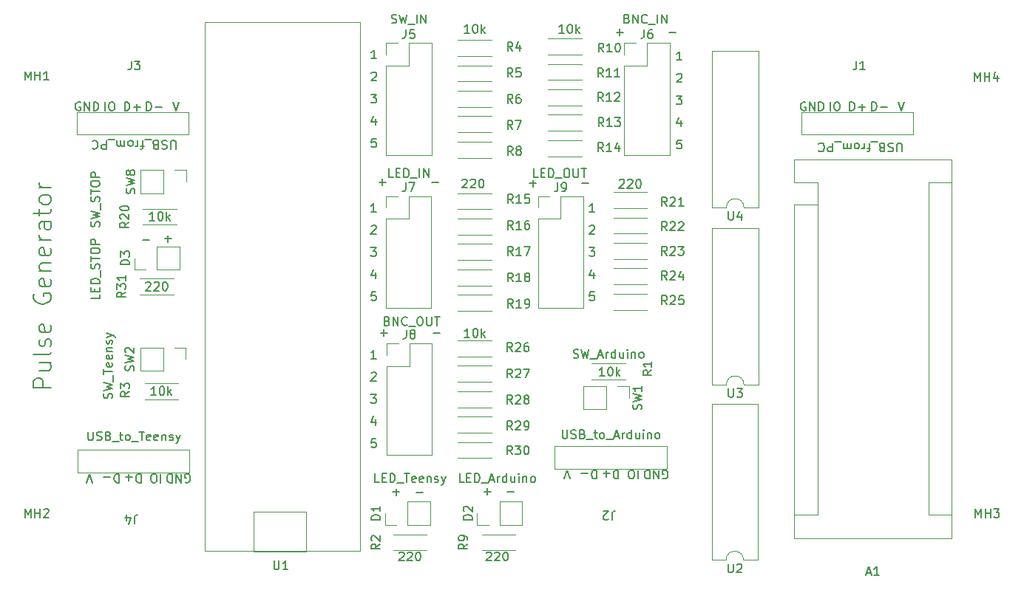
<source format=gto>
%TF.GenerationSoftware,KiCad,Pcbnew,(6.0.7)*%
%TF.CreationDate,2023-02-14T14:51:16+01:00*%
%TF.ProjectId,pulseGenerator,70756c73-6547-4656-9e65-7261746f722e,rev?*%
%TF.SameCoordinates,Original*%
%TF.FileFunction,Legend,Top*%
%TF.FilePolarity,Positive*%
%FSLAX46Y46*%
G04 Gerber Fmt 4.6, Leading zero omitted, Abs format (unit mm)*
G04 Created by KiCad (PCBNEW (6.0.7)) date 2023-02-14 14:51:16*
%MOMM*%
%LPD*%
G01*
G04 APERTURE LIST*
%ADD10C,0.150000*%
%ADD11C,0.120000*%
G04 APERTURE END LIST*
D10*
X-548457534Y-57953019D02*
X-547838486Y-57953019D01*
X-548171820Y-58333972D01*
X-548028962Y-58333972D01*
X-547933724Y-58381591D01*
X-547886105Y-58429210D01*
X-547838486Y-58524448D01*
X-547838486Y-58762543D01*
X-547886105Y-58857781D01*
X-547933724Y-58905400D01*
X-548028962Y-58953019D01*
X-548314677Y-58953019D01*
X-548409915Y-58905400D01*
X-548457534Y-58857781D01*
X-547886105Y-63033019D02*
X-548362296Y-63033019D01*
X-548409915Y-63509210D01*
X-548362296Y-63461591D01*
X-548267058Y-63413972D01*
X-548028962Y-63413972D01*
X-547933724Y-63461591D01*
X-547886105Y-63509210D01*
X-547838486Y-63604448D01*
X-547838486Y-63842543D01*
X-547886105Y-63937781D01*
X-547933724Y-63985400D01*
X-548028962Y-64033019D01*
X-548267058Y-64033019D01*
X-548362296Y-63985400D01*
X-548409915Y-63937781D01*
X-574238095Y-79576466D02*
X-574190476Y-79528847D01*
X-574095238Y-79481227D01*
X-573857142Y-79481227D01*
X-573761904Y-79528847D01*
X-573714285Y-79576466D01*
X-573666666Y-79671704D01*
X-573666666Y-79766942D01*
X-573714285Y-79909799D01*
X-574285714Y-80481227D01*
X-573666666Y-80481227D01*
X-573285714Y-79576466D02*
X-573238095Y-79528847D01*
X-573142857Y-79481227D01*
X-572904761Y-79481227D01*
X-572809523Y-79528847D01*
X-572761904Y-79576466D01*
X-572714285Y-79671704D01*
X-572714285Y-79766942D01*
X-572761904Y-79909799D01*
X-573333333Y-80481227D01*
X-572714285Y-80481227D01*
X-572095238Y-79481227D02*
X-572000000Y-79481227D01*
X-571904761Y-79528847D01*
X-571857142Y-79576466D01*
X-571809523Y-79671704D01*
X-571761904Y-79862180D01*
X-571761904Y-80100275D01*
X-571809523Y-80290751D01*
X-571857142Y-80385989D01*
X-571904761Y-80433608D01*
X-572000000Y-80481227D01*
X-572095238Y-80481227D01*
X-572190476Y-80433608D01*
X-572238095Y-80385989D01*
X-572285714Y-80290751D01*
X-572333333Y-80100275D01*
X-572333333Y-79862180D01*
X-572285714Y-79671704D01*
X-572238095Y-79576466D01*
X-572190476Y-79528847D01*
X-572095238Y-79481227D01*
X-578123238Y-92814285D02*
X-578075619Y-92671428D01*
X-578075619Y-92433333D01*
X-578123238Y-92338095D01*
X-578170857Y-92290476D01*
X-578266095Y-92242857D01*
X-578361333Y-92242857D01*
X-578456571Y-92290476D01*
X-578504190Y-92338095D01*
X-578551809Y-92433333D01*
X-578599428Y-92623809D01*
X-578647047Y-92719047D01*
X-578694666Y-92766666D01*
X-578789904Y-92814285D01*
X-578885142Y-92814285D01*
X-578980380Y-92766666D01*
X-579028000Y-92719047D01*
X-579075619Y-92623809D01*
X-579075619Y-92385714D01*
X-579028000Y-92242857D01*
X-579075619Y-91909523D02*
X-578075619Y-91671428D01*
X-578789904Y-91480952D01*
X-578075619Y-91290476D01*
X-579075619Y-91052380D01*
X-577980380Y-90909523D02*
X-577980380Y-90147619D01*
X-579075619Y-90052380D02*
X-579075619Y-89480952D01*
X-578075619Y-89766666D02*
X-579075619Y-89766666D01*
X-578123238Y-88766666D02*
X-578075619Y-88861904D01*
X-578075619Y-89052380D01*
X-578123238Y-89147619D01*
X-578218476Y-89195238D01*
X-578599428Y-89195238D01*
X-578694666Y-89147619D01*
X-578742285Y-89052380D01*
X-578742285Y-88861904D01*
X-578694666Y-88766666D01*
X-578599428Y-88719047D01*
X-578504190Y-88719047D01*
X-578408952Y-89195238D01*
X-578123238Y-87909523D02*
X-578075619Y-88004761D01*
X-578075619Y-88195238D01*
X-578123238Y-88290476D01*
X-578218476Y-88338095D01*
X-578599428Y-88338095D01*
X-578694666Y-88290476D01*
X-578742285Y-88195238D01*
X-578742285Y-88004761D01*
X-578694666Y-87909523D01*
X-578599428Y-87861904D01*
X-578504190Y-87861904D01*
X-578408952Y-88338095D01*
X-578742285Y-87433333D02*
X-578075619Y-87433333D01*
X-578647047Y-87433333D02*
X-578694666Y-87385714D01*
X-578742285Y-87290476D01*
X-578742285Y-87147619D01*
X-578694666Y-87052380D01*
X-578599428Y-87004761D01*
X-578075619Y-87004761D01*
X-578123238Y-86576190D02*
X-578075619Y-86480952D01*
X-578075619Y-86290476D01*
X-578123238Y-86195238D01*
X-578218476Y-86147619D01*
X-578266095Y-86147619D01*
X-578361333Y-86195238D01*
X-578408952Y-86290476D01*
X-578408952Y-86433333D01*
X-578456571Y-86528571D01*
X-578551809Y-86576190D01*
X-578599428Y-86576190D01*
X-578694666Y-86528571D01*
X-578742285Y-86433333D01*
X-578742285Y-86290476D01*
X-578694666Y-86195238D01*
X-578742285Y-85814285D02*
X-578075619Y-85576190D01*
X-578742285Y-85338095D02*
X-578075619Y-85576190D01*
X-577837523Y-85671428D01*
X-577789904Y-85719047D01*
X-577742285Y-85814285D01*
X-546606182Y-83966452D02*
X-546463325Y-84014071D01*
X-546415706Y-84061690D01*
X-546368087Y-84156928D01*
X-546368087Y-84299785D01*
X-546415706Y-84395023D01*
X-546463325Y-84442642D01*
X-546558563Y-84490261D01*
X-546939516Y-84490261D01*
X-546939516Y-83490261D01*
X-546606182Y-83490261D01*
X-546510944Y-83537881D01*
X-546463325Y-83585500D01*
X-546415706Y-83680738D01*
X-546415706Y-83775976D01*
X-546463325Y-83871214D01*
X-546510944Y-83918833D01*
X-546606182Y-83966452D01*
X-546939516Y-83966452D01*
X-545939516Y-84490261D02*
X-545939516Y-83490261D01*
X-545368087Y-84490261D01*
X-545368087Y-83490261D01*
X-544320468Y-84395023D02*
X-544368087Y-84442642D01*
X-544510944Y-84490261D01*
X-544606182Y-84490261D01*
X-544749039Y-84442642D01*
X-544844278Y-84347404D01*
X-544891897Y-84252166D01*
X-544939516Y-84061690D01*
X-544939516Y-83918833D01*
X-544891897Y-83728357D01*
X-544844278Y-83633119D01*
X-544749039Y-83537881D01*
X-544606182Y-83490261D01*
X-544510944Y-83490261D01*
X-544368087Y-83537881D01*
X-544320468Y-83585500D01*
X-544129992Y-84585500D02*
X-543368087Y-84585500D01*
X-542939516Y-83490261D02*
X-542749039Y-83490261D01*
X-542653801Y-83537881D01*
X-542558563Y-83633119D01*
X-542510944Y-83823595D01*
X-542510944Y-84156928D01*
X-542558563Y-84347404D01*
X-542653801Y-84442642D01*
X-542749039Y-84490261D01*
X-542939516Y-84490261D01*
X-543034754Y-84442642D01*
X-543129992Y-84347404D01*
X-543177611Y-84156928D01*
X-543177611Y-83823595D01*
X-543129992Y-83633119D01*
X-543034754Y-83537881D01*
X-542939516Y-83490261D01*
X-542082373Y-83490261D02*
X-542082373Y-84299785D01*
X-542034754Y-84395023D01*
X-541987135Y-84442642D01*
X-541891897Y-84490261D01*
X-541701420Y-84490261D01*
X-541606182Y-84442642D01*
X-541558563Y-84395023D01*
X-541510944Y-84299785D01*
X-541510944Y-83490261D01*
X-541177611Y-83490261D02*
X-540606182Y-83490261D01*
X-540891897Y-84490261D02*
X-540891897Y-83490261D01*
X-535238095Y-110547619D02*
X-535190476Y-110500000D01*
X-535095238Y-110452380D01*
X-534857142Y-110452380D01*
X-534761904Y-110500000D01*
X-534714285Y-110547619D01*
X-534666666Y-110642857D01*
X-534666666Y-110738095D01*
X-534714285Y-110880952D01*
X-535285714Y-111452380D01*
X-534666666Y-111452380D01*
X-534285714Y-110547619D02*
X-534238095Y-110500000D01*
X-534142857Y-110452380D01*
X-533904761Y-110452380D01*
X-533809523Y-110500000D01*
X-533761904Y-110547619D01*
X-533714285Y-110642857D01*
X-533714285Y-110738095D01*
X-533761904Y-110880952D01*
X-534333333Y-111452380D01*
X-533714285Y-111452380D01*
X-533095238Y-110452380D02*
X-533000000Y-110452380D01*
X-532904761Y-110500000D01*
X-532857142Y-110547619D01*
X-532809523Y-110642857D01*
X-532761904Y-110833333D01*
X-532761904Y-111071428D01*
X-532809523Y-111261904D01*
X-532857142Y-111357142D01*
X-532904761Y-111404761D01*
X-533000000Y-111452380D01*
X-533095238Y-111452380D01*
X-533190476Y-111404761D01*
X-533238095Y-111357142D01*
X-533285714Y-111261904D01*
X-533333333Y-111071428D01*
X-533333333Y-110833333D01*
X-533285714Y-110642857D01*
X-533238095Y-110547619D01*
X-533190476Y-110500000D01*
X-533095238Y-110452380D01*
X-570830868Y-64247619D02*
X-570830868Y-63438095D01*
X-570878487Y-63342857D01*
X-570926106Y-63295238D01*
X-571021344Y-63247619D01*
X-571211821Y-63247619D01*
X-571307059Y-63295238D01*
X-571354678Y-63342857D01*
X-571402297Y-63438095D01*
X-571402297Y-64247619D01*
X-571830868Y-63295238D02*
X-571973725Y-63247619D01*
X-572211821Y-63247619D01*
X-572307059Y-63295238D01*
X-572354678Y-63342857D01*
X-572402297Y-63438095D01*
X-572402297Y-63533333D01*
X-572354678Y-63628571D01*
X-572307059Y-63676190D01*
X-572211821Y-63723809D01*
X-572021344Y-63771428D01*
X-571926106Y-63819047D01*
X-571878487Y-63866666D01*
X-571830868Y-63961904D01*
X-571830868Y-64057142D01*
X-571878487Y-64152380D01*
X-571926106Y-64200000D01*
X-572021344Y-64247619D01*
X-572259440Y-64247619D01*
X-572402297Y-64200000D01*
X-573164202Y-63771428D02*
X-573307059Y-63723809D01*
X-573354678Y-63676190D01*
X-573402297Y-63580952D01*
X-573402297Y-63438095D01*
X-573354678Y-63342857D01*
X-573307059Y-63295238D01*
X-573211821Y-63247619D01*
X-572830868Y-63247619D01*
X-572830868Y-64247619D01*
X-573164202Y-64247619D01*
X-573259440Y-64200000D01*
X-573307059Y-64152380D01*
X-573354678Y-64057142D01*
X-573354678Y-63961904D01*
X-573307059Y-63866666D01*
X-573259440Y-63819047D01*
X-573164202Y-63771428D01*
X-572830868Y-63771428D01*
X-573592773Y-63152380D02*
X-574354678Y-63152380D01*
X-574449916Y-63914285D02*
X-574830868Y-63914285D01*
X-574592773Y-63247619D02*
X-574592773Y-64104761D01*
X-574640392Y-64200000D01*
X-574735630Y-64247619D01*
X-574830868Y-64247619D01*
X-575164202Y-63247619D02*
X-575164202Y-63914285D01*
X-575164202Y-63723809D02*
X-575211821Y-63819047D01*
X-575259440Y-63866666D01*
X-575354678Y-63914285D01*
X-575449916Y-63914285D01*
X-575926106Y-63247619D02*
X-575830868Y-63295238D01*
X-575783249Y-63342857D01*
X-575735630Y-63438095D01*
X-575735630Y-63723809D01*
X-575783249Y-63819047D01*
X-575830868Y-63866666D01*
X-575926106Y-63914285D01*
X-576068964Y-63914285D01*
X-576164202Y-63866666D01*
X-576211821Y-63819047D01*
X-576259440Y-63723809D01*
X-576259440Y-63438095D01*
X-576211821Y-63342857D01*
X-576164202Y-63295238D01*
X-576068964Y-63247619D01*
X-575926106Y-63247619D01*
X-576688011Y-63247619D02*
X-576688011Y-63914285D01*
X-576688011Y-63819047D02*
X-576735630Y-63866666D01*
X-576830868Y-63914285D01*
X-576973725Y-63914285D01*
X-577068964Y-63866666D01*
X-577116583Y-63771428D01*
X-577116583Y-63247619D01*
X-577116583Y-63771428D02*
X-577164202Y-63866666D01*
X-577259440Y-63914285D01*
X-577402297Y-63914285D01*
X-577497535Y-63866666D01*
X-577545154Y-63771428D01*
X-577545154Y-63247619D01*
X-577783249Y-63152380D02*
X-578545154Y-63152380D01*
X-578783249Y-63247619D02*
X-578783249Y-64247619D01*
X-579164202Y-64247619D01*
X-579259440Y-64200000D01*
X-579307059Y-64152380D01*
X-579354678Y-64057142D01*
X-579354678Y-63914285D01*
X-579307059Y-63819047D01*
X-579259440Y-63771428D01*
X-579164202Y-63723809D01*
X-578783249Y-63723809D01*
X-580354678Y-63342857D02*
X-580307059Y-63295238D01*
X-580164202Y-63247619D01*
X-580068964Y-63247619D01*
X-579926106Y-63295238D01*
X-579830868Y-63390476D01*
X-579783249Y-63485714D01*
X-579735630Y-63676190D01*
X-579735630Y-63819047D01*
X-579783249Y-64009523D01*
X-579830868Y-64104761D01*
X-579926106Y-64200000D01*
X-580068964Y-64247619D01*
X-580164202Y-64247619D01*
X-580307059Y-64200000D01*
X-580354678Y-64152380D01*
X-523470206Y-75539252D02*
X-522851158Y-75539252D01*
X-523184492Y-75920205D01*
X-523041634Y-75920205D01*
X-522946396Y-75967824D01*
X-522898777Y-76015443D01*
X-522851158Y-76110681D01*
X-522851158Y-76348776D01*
X-522898777Y-76444014D01*
X-522946396Y-76491633D01*
X-523041634Y-76539252D01*
X-523327349Y-76539252D01*
X-523422587Y-76491633D01*
X-523470206Y-76444014D01*
X-487649904Y-64547619D02*
X-487649904Y-63738095D01*
X-487697523Y-63642857D01*
X-487745142Y-63595238D01*
X-487840380Y-63547619D01*
X-488030857Y-63547619D01*
X-488126095Y-63595238D01*
X-488173714Y-63642857D01*
X-488221333Y-63738095D01*
X-488221333Y-64547619D01*
X-488649904Y-63595238D02*
X-488792761Y-63547619D01*
X-489030857Y-63547619D01*
X-489126095Y-63595238D01*
X-489173714Y-63642857D01*
X-489221333Y-63738095D01*
X-489221333Y-63833333D01*
X-489173714Y-63928571D01*
X-489126095Y-63976190D01*
X-489030857Y-64023809D01*
X-488840380Y-64071428D01*
X-488745142Y-64119047D01*
X-488697523Y-64166666D01*
X-488649904Y-64261904D01*
X-488649904Y-64357142D01*
X-488697523Y-64452380D01*
X-488745142Y-64500000D01*
X-488840380Y-64547619D01*
X-489078476Y-64547619D01*
X-489221333Y-64500000D01*
X-489983238Y-64071428D02*
X-490126095Y-64023809D01*
X-490173714Y-63976190D01*
X-490221333Y-63880952D01*
X-490221333Y-63738095D01*
X-490173714Y-63642857D01*
X-490126095Y-63595238D01*
X-490030857Y-63547619D01*
X-489649904Y-63547619D01*
X-489649904Y-64547619D01*
X-489983238Y-64547619D01*
X-490078476Y-64500000D01*
X-490126095Y-64452380D01*
X-490173714Y-64357142D01*
X-490173714Y-64261904D01*
X-490126095Y-64166666D01*
X-490078476Y-64119047D01*
X-489983238Y-64071428D01*
X-489649904Y-64071428D01*
X-490411809Y-63452380D02*
X-491173714Y-63452380D01*
X-491268952Y-64214285D02*
X-491649904Y-64214285D01*
X-491411809Y-63547619D02*
X-491411809Y-64404761D01*
X-491459428Y-64500000D01*
X-491554666Y-64547619D01*
X-491649904Y-64547619D01*
X-491983238Y-63547619D02*
X-491983238Y-64214285D01*
X-491983238Y-64023809D02*
X-492030857Y-64119047D01*
X-492078476Y-64166666D01*
X-492173714Y-64214285D01*
X-492268952Y-64214285D01*
X-492745142Y-63547619D02*
X-492649904Y-63595238D01*
X-492602285Y-63642857D01*
X-492554666Y-63738095D01*
X-492554666Y-64023809D01*
X-492602285Y-64119047D01*
X-492649904Y-64166666D01*
X-492745142Y-64214285D01*
X-492888000Y-64214285D01*
X-492983238Y-64166666D01*
X-493030857Y-64119047D01*
X-493078476Y-64023809D01*
X-493078476Y-63738095D01*
X-493030857Y-63642857D01*
X-492983238Y-63595238D01*
X-492888000Y-63547619D01*
X-492745142Y-63547619D01*
X-493507047Y-63547619D02*
X-493507047Y-64214285D01*
X-493507047Y-64119047D02*
X-493554666Y-64166666D01*
X-493649904Y-64214285D01*
X-493792761Y-64214285D01*
X-493888000Y-64166666D01*
X-493935619Y-64071428D01*
X-493935619Y-63547619D01*
X-493935619Y-64071428D02*
X-493983238Y-64166666D01*
X-494078476Y-64214285D01*
X-494221333Y-64214285D01*
X-494316571Y-64166666D01*
X-494364190Y-64071428D01*
X-494364190Y-63547619D01*
X-494602285Y-63452380D02*
X-495364190Y-63452380D01*
X-495602285Y-63547619D02*
X-495602285Y-64547619D01*
X-495983238Y-64547619D01*
X-496078476Y-64500000D01*
X-496126095Y-64452380D01*
X-496173714Y-64357142D01*
X-496173714Y-64214285D01*
X-496126095Y-64119047D01*
X-496078476Y-64071428D01*
X-495983238Y-64023809D01*
X-495602285Y-64023809D01*
X-497173714Y-63642857D02*
X-497126095Y-63595238D01*
X-496983238Y-63547619D01*
X-496888000Y-63547619D01*
X-496745142Y-63595238D01*
X-496649904Y-63690476D01*
X-496602285Y-63785714D01*
X-496554666Y-63976190D01*
X-496554666Y-64119047D01*
X-496602285Y-64309523D01*
X-496649904Y-64404761D01*
X-496745142Y-64500000D01*
X-496888000Y-64547619D01*
X-496983238Y-64547619D01*
X-497126095Y-64500000D01*
X-497173714Y-64452380D01*
X-513487534Y-58123019D02*
X-512868486Y-58123019D01*
X-513201820Y-58503972D01*
X-513058962Y-58503972D01*
X-512963724Y-58551591D01*
X-512916105Y-58599210D01*
X-512868486Y-58694448D01*
X-512868486Y-58932543D01*
X-512916105Y-59027781D01*
X-512963724Y-59075400D01*
X-513058962Y-59123019D01*
X-513344677Y-59123019D01*
X-513439915Y-59075400D01*
X-513487534Y-59027781D01*
X-543307941Y-103637032D02*
X-542546036Y-103637032D01*
X-521718935Y-90256033D02*
X-522290363Y-90256033D01*
X-522004649Y-90256033D02*
X-522004649Y-89256033D01*
X-522099887Y-89398891D01*
X-522195125Y-89494129D01*
X-522290363Y-89541748D01*
X-521099887Y-89256033D02*
X-521004649Y-89256033D01*
X-520909411Y-89303653D01*
X-520861792Y-89351272D01*
X-520814173Y-89446510D01*
X-520766554Y-89636986D01*
X-520766554Y-89875081D01*
X-520814173Y-90065557D01*
X-520861792Y-90160795D01*
X-520909411Y-90208414D01*
X-521004649Y-90256033D01*
X-521099887Y-90256033D01*
X-521195125Y-90208414D01*
X-521242744Y-90160795D01*
X-521290363Y-90065557D01*
X-521337982Y-89875081D01*
X-521337982Y-89636986D01*
X-521290363Y-89446510D01*
X-521242744Y-89351272D01*
X-521195125Y-89303653D01*
X-521099887Y-89256033D01*
X-520337982Y-90256033D02*
X-520337982Y-89256033D01*
X-520242744Y-89875081D02*
X-519957030Y-90256033D01*
X-519957030Y-89589367D02*
X-520337982Y-89970319D01*
X-547517825Y-68052689D02*
X-546755920Y-68052689D01*
X-547136873Y-68433641D02*
X-547136873Y-67671737D01*
X-545909915Y-67493019D02*
X-546386105Y-67493019D01*
X-546386105Y-66493019D01*
X-545576581Y-66969210D02*
X-545243248Y-66969210D01*
X-545100391Y-67493019D02*
X-545576581Y-67493019D01*
X-545576581Y-66493019D01*
X-545100391Y-66493019D01*
X-544671820Y-67493019D02*
X-544671820Y-66493019D01*
X-544433724Y-66493019D01*
X-544290867Y-66540639D01*
X-544195629Y-66635877D01*
X-544148010Y-66731115D01*
X-544100391Y-66921591D01*
X-544100391Y-67064448D01*
X-544148010Y-67254924D01*
X-544195629Y-67350162D01*
X-544290867Y-67445400D01*
X-544433724Y-67493019D01*
X-544671820Y-67493019D01*
X-543909915Y-67588258D02*
X-543148010Y-67588258D01*
X-542909915Y-67493019D02*
X-542909915Y-66493019D01*
X-542433724Y-67493019D02*
X-542433724Y-66493019D01*
X-541862296Y-67493019D01*
X-541862296Y-66493019D01*
X-545238095Y-110547619D02*
X-545190476Y-110500000D01*
X-545095238Y-110452380D01*
X-544857142Y-110452380D01*
X-544761904Y-110500000D01*
X-544714285Y-110547619D01*
X-544666666Y-110642857D01*
X-544666666Y-110738095D01*
X-544714285Y-110880952D01*
X-545285714Y-111452380D01*
X-544666666Y-111452380D01*
X-544285714Y-110547619D02*
X-544238095Y-110500000D01*
X-544142857Y-110452380D01*
X-543904761Y-110452380D01*
X-543809523Y-110500000D01*
X-543761904Y-110547619D01*
X-543714285Y-110642857D01*
X-543714285Y-110738095D01*
X-543761904Y-110880952D01*
X-544333333Y-111452380D01*
X-543714285Y-111452380D01*
X-543095238Y-110452380D02*
X-543000000Y-110452380D01*
X-542904761Y-110500000D01*
X-542857142Y-110547619D01*
X-542809523Y-110642857D01*
X-542761904Y-110833333D01*
X-542761904Y-111071428D01*
X-542809523Y-111261904D01*
X-542857142Y-111357142D01*
X-542904761Y-111404761D01*
X-543000000Y-111452380D01*
X-543095238Y-111452380D01*
X-543190476Y-111404761D01*
X-543238095Y-111357142D01*
X-543285714Y-111261904D01*
X-543333333Y-111071428D01*
X-543333333Y-110833333D01*
X-543285714Y-110642857D01*
X-543238095Y-110547619D01*
X-543190476Y-110500000D01*
X-543095238Y-110452380D01*
X-547914897Y-80619252D02*
X-548391088Y-80619252D01*
X-548438707Y-81095443D01*
X-548391088Y-81047824D01*
X-548295850Y-81000205D01*
X-548057754Y-81000205D01*
X-547962516Y-81047824D01*
X-547914897Y-81095443D01*
X-547867278Y-81190681D01*
X-547867278Y-81428776D01*
X-547914897Y-81524014D01*
X-547962516Y-81571633D01*
X-548057754Y-81619252D01*
X-548295850Y-81619252D01*
X-548391088Y-81571633D01*
X-548438707Y-81524014D01*
X-538006407Y-67795768D02*
X-537958788Y-67748149D01*
X-537863550Y-67700529D01*
X-537625454Y-67700529D01*
X-537530216Y-67748149D01*
X-537482597Y-67795768D01*
X-537434978Y-67891006D01*
X-537434978Y-67986244D01*
X-537482597Y-68129101D01*
X-538054026Y-68700529D01*
X-537434978Y-68700529D01*
X-537054026Y-67795768D02*
X-537006407Y-67748149D01*
X-536911169Y-67700529D01*
X-536673073Y-67700529D01*
X-536577835Y-67748149D01*
X-536530216Y-67795768D01*
X-536482597Y-67891006D01*
X-536482597Y-67986244D01*
X-536530216Y-68129101D01*
X-537101645Y-68700529D01*
X-536482597Y-68700529D01*
X-535863550Y-67700529D02*
X-535768312Y-67700529D01*
X-535673073Y-67748149D01*
X-535625454Y-67795768D01*
X-535577835Y-67891006D01*
X-535530216Y-68081482D01*
X-535530216Y-68319577D01*
X-535577835Y-68510053D01*
X-535625454Y-68605291D01*
X-535673073Y-68652910D01*
X-535768312Y-68700529D01*
X-535863550Y-68700529D01*
X-535958788Y-68652910D01*
X-536006407Y-68605291D01*
X-536054026Y-68510053D01*
X-536101645Y-68319577D01*
X-536101645Y-68081482D01*
X-536054026Y-67891006D01*
X-536006407Y-67795768D01*
X-535958788Y-67748149D01*
X-535863550Y-67700529D01*
X-537179439Y-50948019D02*
X-537750867Y-50948019D01*
X-537465153Y-50948019D02*
X-537465153Y-49948019D01*
X-537560391Y-50090877D01*
X-537655629Y-50186115D01*
X-537750867Y-50233734D01*
X-536560391Y-49948019D02*
X-536465153Y-49948019D01*
X-536369915Y-49995639D01*
X-536322296Y-50043258D01*
X-536274677Y-50138496D01*
X-536227058Y-50328972D01*
X-536227058Y-50567067D01*
X-536274677Y-50757543D01*
X-536322296Y-50852781D01*
X-536369915Y-50900400D01*
X-536465153Y-50948019D01*
X-536560391Y-50948019D01*
X-536655629Y-50900400D01*
X-536703248Y-50852781D01*
X-536750867Y-50757543D01*
X-536798486Y-50567067D01*
X-536798486Y-50328972D01*
X-536750867Y-50138496D01*
X-536703248Y-50043258D01*
X-536655629Y-49995639D01*
X-536560391Y-49948019D01*
X-535798486Y-50948019D02*
X-535798486Y-49948019D01*
X-535703248Y-50567067D02*
X-535417534Y-50948019D01*
X-535417534Y-50281353D02*
X-535798486Y-50662305D01*
X-524314002Y-68176104D02*
X-523552097Y-68176104D01*
X-523422587Y-73094491D02*
X-523374968Y-73046872D01*
X-523279730Y-72999252D01*
X-523041634Y-72999252D01*
X-522946396Y-73046872D01*
X-522898777Y-73094491D01*
X-522851158Y-73189729D01*
X-522851158Y-73284967D01*
X-522898777Y-73427824D01*
X-523470206Y-73999252D01*
X-522851158Y-73999252D01*
X-547362469Y-85308942D02*
X-546600564Y-85308942D01*
X-546981517Y-85689894D02*
X-546981517Y-84927990D01*
X-548438707Y-73094491D02*
X-548391088Y-73046872D01*
X-548295850Y-72999252D01*
X-548057754Y-72999252D01*
X-547962516Y-73046872D01*
X-547914897Y-73094491D01*
X-547867278Y-73189729D01*
X-547867278Y-73284967D01*
X-547914897Y-73427824D01*
X-548486326Y-73999252D01*
X-547867278Y-73999252D01*
X-572079302Y-74515895D02*
X-571317397Y-74515895D01*
X-571698350Y-74896847D02*
X-571698350Y-74134943D01*
X-585095238Y-91619047D02*
X-587095238Y-91619047D01*
X-587095238Y-90857142D01*
X-587000000Y-90666666D01*
X-586904761Y-90571428D01*
X-586714285Y-90476190D01*
X-586428571Y-90476190D01*
X-586238095Y-90571428D01*
X-586142857Y-90666666D01*
X-586047619Y-90857142D01*
X-586047619Y-91619047D01*
X-586428571Y-88761904D02*
X-585095238Y-88761904D01*
X-586428571Y-89619047D02*
X-585380952Y-89619047D01*
X-585190476Y-89523809D01*
X-585095238Y-89333333D01*
X-585095238Y-89047619D01*
X-585190476Y-88857142D01*
X-585285714Y-88761904D01*
X-585095238Y-87523809D02*
X-585190476Y-87714285D01*
X-585380952Y-87809523D01*
X-587095238Y-87809523D01*
X-585190476Y-86857142D02*
X-585095238Y-86666666D01*
X-585095238Y-86285714D01*
X-585190476Y-86095238D01*
X-585380952Y-86000000D01*
X-585476190Y-86000000D01*
X-585666666Y-86095238D01*
X-585761904Y-86285714D01*
X-585761904Y-86571428D01*
X-585857142Y-86761904D01*
X-586047619Y-86857142D01*
X-586142857Y-86857142D01*
X-586333333Y-86761904D01*
X-586428571Y-86571428D01*
X-586428571Y-86285714D01*
X-586333333Y-86095238D01*
X-585190476Y-84380952D02*
X-585095238Y-84571428D01*
X-585095238Y-84952380D01*
X-585190476Y-85142857D01*
X-585380952Y-85238095D01*
X-586142857Y-85238095D01*
X-586333333Y-85142857D01*
X-586428571Y-84952380D01*
X-586428571Y-84571428D01*
X-586333333Y-84380952D01*
X-586142857Y-84285714D01*
X-585952380Y-84285714D01*
X-585761904Y-85238095D01*
X-587000000Y-80857142D02*
X-587095238Y-81047619D01*
X-587095238Y-81333333D01*
X-587000000Y-81619047D01*
X-586809523Y-81809523D01*
X-586619047Y-81904761D01*
X-586238095Y-82000000D01*
X-585952380Y-82000000D01*
X-585571428Y-81904761D01*
X-585380952Y-81809523D01*
X-585190476Y-81619047D01*
X-585095238Y-81333333D01*
X-585095238Y-81142857D01*
X-585190476Y-80857142D01*
X-585285714Y-80761904D01*
X-585952380Y-80761904D01*
X-585952380Y-81142857D01*
X-585190476Y-79142857D02*
X-585095238Y-79333333D01*
X-585095238Y-79714285D01*
X-585190476Y-79904761D01*
X-585380952Y-80000000D01*
X-586142857Y-80000000D01*
X-586333333Y-79904761D01*
X-586428571Y-79714285D01*
X-586428571Y-79333333D01*
X-586333333Y-79142857D01*
X-586142857Y-79047619D01*
X-585952380Y-79047619D01*
X-585761904Y-80000000D01*
X-586428571Y-78190476D02*
X-585095238Y-78190476D01*
X-586238095Y-78190476D02*
X-586333333Y-78095238D01*
X-586428571Y-77904761D01*
X-586428571Y-77619047D01*
X-586333333Y-77428571D01*
X-586142857Y-77333333D01*
X-585095238Y-77333333D01*
X-585190476Y-75619047D02*
X-585095238Y-75809523D01*
X-585095238Y-76190476D01*
X-585190476Y-76380952D01*
X-585380952Y-76476190D01*
X-586142857Y-76476190D01*
X-586333333Y-76380952D01*
X-586428571Y-76190476D01*
X-586428571Y-75809523D01*
X-586333333Y-75619047D01*
X-586142857Y-75523809D01*
X-585952380Y-75523809D01*
X-585761904Y-76476190D01*
X-585095238Y-74666666D02*
X-586428571Y-74666666D01*
X-586047619Y-74666666D02*
X-586238095Y-74571428D01*
X-586333333Y-74476190D01*
X-586428571Y-74285714D01*
X-586428571Y-74095238D01*
X-585095238Y-72571428D02*
X-586142857Y-72571428D01*
X-586333333Y-72666666D01*
X-586428571Y-72857142D01*
X-586428571Y-73238095D01*
X-586333333Y-73428571D01*
X-585190476Y-72571428D02*
X-585095238Y-72761904D01*
X-585095238Y-73238095D01*
X-585190476Y-73428571D01*
X-585380952Y-73523809D01*
X-585571428Y-73523809D01*
X-585761904Y-73428571D01*
X-585857142Y-73238095D01*
X-585857142Y-72761904D01*
X-585952380Y-72571428D01*
X-586428571Y-71904761D02*
X-586428571Y-71142857D01*
X-587095238Y-71619047D02*
X-585380952Y-71619047D01*
X-585190476Y-71523809D01*
X-585095238Y-71333333D01*
X-585095238Y-71142857D01*
X-585095238Y-70190476D02*
X-585190476Y-70380952D01*
X-585285714Y-70476190D01*
X-585476190Y-70571428D01*
X-586047619Y-70571428D01*
X-586238095Y-70476190D01*
X-586333333Y-70380952D01*
X-586428571Y-70190476D01*
X-586428571Y-69904761D01*
X-586333333Y-69714285D01*
X-586238095Y-69619047D01*
X-586047619Y-69523809D01*
X-585476190Y-69523809D01*
X-585285714Y-69619047D01*
X-585190476Y-69714285D01*
X-585095238Y-69904761D01*
X-585095238Y-70190476D01*
X-585095238Y-68666666D02*
X-586428571Y-68666666D01*
X-586047619Y-68666666D02*
X-586238095Y-68571428D01*
X-586333333Y-68476190D01*
X-586428571Y-68285714D01*
X-586428571Y-68095238D01*
X-522851158Y-71459252D02*
X-523422587Y-71459252D01*
X-523136873Y-71459252D02*
X-523136873Y-70459252D01*
X-523232111Y-70602110D01*
X-523327349Y-70697348D01*
X-523422587Y-70744967D01*
X-537165695Y-85815012D02*
X-537737123Y-85815012D01*
X-537451409Y-85815012D02*
X-537451409Y-84815012D01*
X-537546647Y-84957870D01*
X-537641885Y-85053108D01*
X-537737123Y-85100727D01*
X-536546647Y-84815012D02*
X-536451409Y-84815012D01*
X-536356171Y-84862632D01*
X-536308552Y-84910251D01*
X-536260933Y-85005489D01*
X-536213314Y-85195965D01*
X-536213314Y-85434060D01*
X-536260933Y-85624536D01*
X-536308552Y-85719774D01*
X-536356171Y-85767393D01*
X-536451409Y-85815012D01*
X-536546647Y-85815012D01*
X-536641885Y-85767393D01*
X-536689504Y-85719774D01*
X-536737123Y-85624536D01*
X-536784742Y-85434060D01*
X-536784742Y-85195965D01*
X-536737123Y-85005489D01*
X-536689504Y-84910251D01*
X-536641885Y-84862632D01*
X-536546647Y-84815012D01*
X-535784742Y-85815012D02*
X-535784742Y-84815012D01*
X-535689504Y-85434060D02*
X-535403790Y-85815012D01*
X-535403790Y-85148346D02*
X-535784742Y-85529298D01*
X-529333541Y-67496809D02*
X-529809732Y-67496809D01*
X-529809732Y-66496809D01*
X-529000208Y-66973000D02*
X-528666875Y-66973000D01*
X-528524018Y-67496809D02*
X-529000208Y-67496809D01*
X-529000208Y-66496809D01*
X-528524018Y-66496809D01*
X-528095446Y-67496809D02*
X-528095446Y-66496809D01*
X-527857351Y-66496809D01*
X-527714494Y-66544429D01*
X-527619256Y-66639667D01*
X-527571637Y-66734905D01*
X-527524018Y-66925381D01*
X-527524018Y-67068238D01*
X-527571637Y-67258714D01*
X-527619256Y-67353952D01*
X-527714494Y-67449190D01*
X-527857351Y-67496809D01*
X-528095446Y-67496809D01*
X-527333541Y-67592048D02*
X-526571637Y-67592048D01*
X-526143065Y-66496809D02*
X-525952589Y-66496809D01*
X-525857351Y-66544429D01*
X-525762113Y-66639667D01*
X-525714494Y-66830143D01*
X-525714494Y-67163476D01*
X-525762113Y-67353952D01*
X-525857351Y-67449190D01*
X-525952589Y-67496809D01*
X-526143065Y-67496809D01*
X-526238303Y-67449190D01*
X-526333541Y-67353952D01*
X-526381161Y-67163476D01*
X-526381161Y-66830143D01*
X-526333541Y-66639667D01*
X-526238303Y-66544429D01*
X-526143065Y-66496809D01*
X-525285922Y-66496809D02*
X-525285922Y-67306333D01*
X-525238303Y-67401571D01*
X-525190684Y-67449190D01*
X-525095446Y-67496809D01*
X-524904970Y-67496809D01*
X-524809732Y-67449190D01*
X-524762113Y-67401571D01*
X-524714494Y-67306333D01*
X-524714494Y-66496809D01*
X-524381161Y-66496809D02*
X-523809732Y-66496809D01*
X-524095446Y-67496809D02*
X-524095446Y-66496809D01*
X-520021361Y-67815554D02*
X-519973742Y-67767935D01*
X-519878504Y-67720315D01*
X-519640408Y-67720315D01*
X-519545170Y-67767935D01*
X-519497551Y-67815554D01*
X-519449932Y-67910792D01*
X-519449932Y-68006030D01*
X-519497551Y-68148887D01*
X-520068980Y-68720315D01*
X-519449932Y-68720315D01*
X-519068980Y-67815554D02*
X-519021361Y-67767935D01*
X-518926123Y-67720315D01*
X-518688027Y-67720315D01*
X-518592789Y-67767935D01*
X-518545170Y-67815554D01*
X-518497551Y-67910792D01*
X-518497551Y-68006030D01*
X-518545170Y-68148887D01*
X-519116599Y-68720315D01*
X-518497551Y-68720315D01*
X-517878504Y-67720315D02*
X-517783266Y-67720315D01*
X-517688027Y-67767935D01*
X-517640408Y-67815554D01*
X-517592789Y-67910792D01*
X-517545170Y-68101268D01*
X-517545170Y-68339363D01*
X-517592789Y-68529839D01*
X-517640408Y-68625077D01*
X-517688027Y-68672696D01*
X-517783266Y-68720315D01*
X-517878504Y-68720315D01*
X-517973742Y-68672696D01*
X-518021361Y-68625077D01*
X-518068980Y-68529839D01*
X-518116599Y-68339363D01*
X-518116599Y-68101268D01*
X-518068980Y-67910792D01*
X-518021361Y-67815554D01*
X-517973742Y-67767935D01*
X-517878504Y-67720315D01*
X-541517825Y-68052689D02*
X-540755920Y-68052689D01*
X-526547619Y-96452380D02*
X-526547619Y-97261904D01*
X-526500000Y-97357142D01*
X-526452380Y-97404761D01*
X-526357142Y-97452380D01*
X-526166666Y-97452380D01*
X-526071428Y-97404761D01*
X-526023809Y-97357142D01*
X-525976190Y-97261904D01*
X-525976190Y-96452380D01*
X-525547619Y-97404761D02*
X-525404761Y-97452380D01*
X-525166666Y-97452380D01*
X-525071428Y-97404761D01*
X-525023809Y-97357142D01*
X-524976190Y-97261904D01*
X-524976190Y-97166666D01*
X-525023809Y-97071428D01*
X-525071428Y-97023809D01*
X-525166666Y-96976190D01*
X-525357142Y-96928571D01*
X-525452380Y-96880952D01*
X-525500000Y-96833333D01*
X-525547619Y-96738095D01*
X-525547619Y-96642857D01*
X-525500000Y-96547619D01*
X-525452380Y-96500000D01*
X-525357142Y-96452380D01*
X-525119047Y-96452380D01*
X-524976190Y-96500000D01*
X-524214285Y-96928571D02*
X-524071428Y-96976190D01*
X-524023809Y-97023809D01*
X-523976190Y-97119047D01*
X-523976190Y-97261904D01*
X-524023809Y-97357142D01*
X-524071428Y-97404761D01*
X-524166666Y-97452380D01*
X-524547619Y-97452380D01*
X-524547619Y-96452380D01*
X-524214285Y-96452380D01*
X-524119047Y-96500000D01*
X-524071428Y-96547619D01*
X-524023809Y-96642857D01*
X-524023809Y-96738095D01*
X-524071428Y-96833333D01*
X-524119047Y-96880952D01*
X-524214285Y-96928571D01*
X-524547619Y-96928571D01*
X-523785714Y-97547619D02*
X-523023809Y-97547619D01*
X-522928571Y-96785714D02*
X-522547619Y-96785714D01*
X-522785714Y-96452380D02*
X-522785714Y-97309523D01*
X-522738095Y-97404761D01*
X-522642857Y-97452380D01*
X-522547619Y-97452380D01*
X-522071428Y-97452380D02*
X-522166666Y-97404761D01*
X-522214285Y-97357142D01*
X-522261904Y-97261904D01*
X-522261904Y-96976190D01*
X-522214285Y-96880952D01*
X-522166666Y-96833333D01*
X-522071428Y-96785714D01*
X-521928571Y-96785714D01*
X-521833333Y-96833333D01*
X-521785714Y-96880952D01*
X-521738095Y-96976190D01*
X-521738095Y-97261904D01*
X-521785714Y-97357142D01*
X-521833333Y-97404761D01*
X-521928571Y-97452380D01*
X-522071428Y-97452380D01*
X-521547619Y-97547619D02*
X-520785714Y-97547619D01*
X-520595238Y-97166666D02*
X-520119047Y-97166666D01*
X-520690476Y-97452380D02*
X-520357142Y-96452380D01*
X-520023809Y-97452380D01*
X-519690476Y-97452380D02*
X-519690476Y-96785714D01*
X-519690476Y-96976190D02*
X-519642857Y-96880952D01*
X-519595238Y-96833333D01*
X-519500000Y-96785714D01*
X-519404761Y-96785714D01*
X-518642857Y-97452380D02*
X-518642857Y-96452380D01*
X-518642857Y-97404761D02*
X-518738095Y-97452380D01*
X-518928571Y-97452380D01*
X-519023809Y-97404761D01*
X-519071428Y-97357142D01*
X-519119047Y-97261904D01*
X-519119047Y-96976190D01*
X-519071428Y-96880952D01*
X-519023809Y-96833333D01*
X-518928571Y-96785714D01*
X-518738095Y-96785714D01*
X-518642857Y-96833333D01*
X-517738095Y-96785714D02*
X-517738095Y-97452380D01*
X-518166666Y-96785714D02*
X-518166666Y-97309523D01*
X-518119047Y-97404761D01*
X-518023809Y-97452380D01*
X-517880952Y-97452380D01*
X-517785714Y-97404761D01*
X-517738095Y-97357142D01*
X-517261904Y-97452380D02*
X-517261904Y-96785714D01*
X-517261904Y-96452380D02*
X-517309523Y-96500000D01*
X-517261904Y-96547619D01*
X-517214285Y-96500000D01*
X-517261904Y-96452380D01*
X-517261904Y-96547619D01*
X-516785714Y-96785714D02*
X-516785714Y-97452380D01*
X-516785714Y-96880952D02*
X-516738095Y-96833333D01*
X-516642857Y-96785714D01*
X-516500000Y-96785714D01*
X-516404761Y-96833333D01*
X-516357142Y-96928571D01*
X-516357142Y-97452380D01*
X-515738095Y-97452380D02*
X-515833333Y-97404761D01*
X-515880952Y-97357142D01*
X-515928571Y-97261904D01*
X-515928571Y-96976190D01*
X-515880952Y-96880952D01*
X-515833333Y-96833333D01*
X-515738095Y-96785714D01*
X-515595238Y-96785714D01*
X-515500000Y-96833333D01*
X-515452380Y-96880952D01*
X-515404761Y-96976190D01*
X-515404761Y-97261904D01*
X-515452380Y-97357142D01*
X-515500000Y-97404761D01*
X-515595238Y-97452380D01*
X-515738095Y-97452380D01*
X-512963724Y-60996353D02*
X-512963724Y-61663019D01*
X-513201820Y-60615400D02*
X-513439915Y-61329686D01*
X-512820867Y-61329686D01*
X-548486326Y-75539252D02*
X-547867278Y-75539252D01*
X-548200612Y-75920205D01*
X-548057754Y-75920205D01*
X-547962516Y-75967824D01*
X-547914897Y-76015443D01*
X-547867278Y-76110681D01*
X-547867278Y-76348776D01*
X-547914897Y-76444014D01*
X-547962516Y-76491633D01*
X-548057754Y-76539252D01*
X-548343469Y-76539252D01*
X-548438707Y-76491633D01*
X-548486326Y-76444014D01*
X-573240038Y-72435112D02*
X-573811466Y-72435112D01*
X-573525752Y-72435112D02*
X-573525752Y-71435112D01*
X-573620990Y-71577970D01*
X-573716228Y-71673208D01*
X-573811466Y-71720827D01*
X-572620990Y-71435112D02*
X-572525752Y-71435112D01*
X-572430514Y-71482732D01*
X-572382895Y-71530351D01*
X-572335276Y-71625589D01*
X-572287657Y-71816065D01*
X-572287657Y-72054160D01*
X-572335276Y-72244636D01*
X-572382895Y-72339874D01*
X-572430514Y-72387493D01*
X-572525752Y-72435112D01*
X-572620990Y-72435112D01*
X-572716228Y-72387493D01*
X-572763847Y-72339874D01*
X-572811466Y-72244636D01*
X-572859085Y-72054160D01*
X-572859085Y-71816065D01*
X-572811466Y-71625589D01*
X-572763847Y-71530351D01*
X-572716228Y-71482732D01*
X-572620990Y-71435112D01*
X-571859085Y-72435112D02*
X-571859085Y-71435112D01*
X-571763847Y-72054160D02*
X-571478133Y-72435112D01*
X-571478133Y-71768446D02*
X-571859085Y-72149398D01*
X-548486326Y-92372380D02*
X-547867278Y-92372380D01*
X-548200612Y-92753333D01*
X-548057754Y-92753333D01*
X-547962516Y-92800952D01*
X-547914897Y-92848571D01*
X-547867278Y-92943809D01*
X-547867278Y-93181904D01*
X-547914897Y-93277142D01*
X-547962516Y-93324761D01*
X-548057754Y-93372380D01*
X-548343469Y-93372380D01*
X-548438707Y-93324761D01*
X-548486326Y-93277142D01*
X-547500000Y-102452380D02*
X-547976190Y-102452380D01*
X-547976190Y-101452380D01*
X-547166666Y-101928571D02*
X-546833333Y-101928571D01*
X-546690476Y-102452380D02*
X-547166666Y-102452380D01*
X-547166666Y-101452380D01*
X-546690476Y-101452380D01*
X-546261904Y-102452380D02*
X-546261904Y-101452380D01*
X-546023809Y-101452380D01*
X-545880952Y-101500000D01*
X-545785714Y-101595238D01*
X-545738095Y-101690476D01*
X-545690476Y-101880952D01*
X-545690476Y-102023809D01*
X-545738095Y-102214285D01*
X-545785714Y-102309523D01*
X-545880952Y-102404761D01*
X-546023809Y-102452380D01*
X-546261904Y-102452380D01*
X-545500000Y-102547619D02*
X-544738095Y-102547619D01*
X-544642857Y-101452380D02*
X-544071428Y-101452380D01*
X-544357142Y-102452380D02*
X-544357142Y-101452380D01*
X-543357142Y-102404761D02*
X-543452380Y-102452380D01*
X-543642857Y-102452380D01*
X-543738095Y-102404761D01*
X-543785714Y-102309523D01*
X-543785714Y-101928571D01*
X-543738095Y-101833333D01*
X-543642857Y-101785714D01*
X-543452380Y-101785714D01*
X-543357142Y-101833333D01*
X-543309523Y-101928571D01*
X-543309523Y-102023809D01*
X-543785714Y-102119047D01*
X-542500000Y-102404761D02*
X-542595238Y-102452380D01*
X-542785714Y-102452380D01*
X-542880952Y-102404761D01*
X-542928571Y-102309523D01*
X-542928571Y-101928571D01*
X-542880952Y-101833333D01*
X-542785714Y-101785714D01*
X-542595238Y-101785714D01*
X-542500000Y-101833333D01*
X-542452380Y-101928571D01*
X-542452380Y-102023809D01*
X-542928571Y-102119047D01*
X-542023809Y-101785714D02*
X-542023809Y-102452380D01*
X-542023809Y-101880952D02*
X-541976190Y-101833333D01*
X-541880952Y-101785714D01*
X-541738095Y-101785714D01*
X-541642857Y-101833333D01*
X-541595238Y-101928571D01*
X-541595238Y-102452380D01*
X-541166666Y-102404761D02*
X-541071428Y-102452380D01*
X-540880952Y-102452380D01*
X-540785714Y-102404761D01*
X-540738095Y-102309523D01*
X-540738095Y-102261904D01*
X-540785714Y-102166666D01*
X-540880952Y-102119047D01*
X-541023809Y-102119047D01*
X-541119047Y-102071428D01*
X-541166666Y-101976190D01*
X-541166666Y-101928571D01*
X-541119047Y-101833333D01*
X-541023809Y-101785714D01*
X-540880952Y-101785714D01*
X-540785714Y-101833333D01*
X-540404761Y-101785714D02*
X-540166666Y-102452380D01*
X-539928571Y-101785714D02*
X-540166666Y-102452380D01*
X-540261904Y-102690476D01*
X-540309523Y-102738095D01*
X-540404761Y-102785714D01*
X-548409915Y-55508258D02*
X-548362296Y-55460639D01*
X-548267058Y-55413019D01*
X-548028962Y-55413019D01*
X-547933724Y-55460639D01*
X-547886105Y-55508258D01*
X-547838486Y-55603496D01*
X-547838486Y-55698734D01*
X-547886105Y-55841591D01*
X-548457534Y-56413019D01*
X-547838486Y-56413019D01*
X-520352770Y-50880577D02*
X-519590865Y-50880577D01*
X-519971818Y-51261529D02*
X-519971818Y-50499625D01*
X-547867278Y-88292380D02*
X-548438707Y-88292380D01*
X-548152993Y-88292380D02*
X-548152993Y-87292380D01*
X-548248231Y-87435238D01*
X-548343469Y-87530476D01*
X-548438707Y-87578095D01*
X-512868486Y-54043019D02*
X-513439915Y-54043019D01*
X-513154201Y-54043019D02*
X-513154201Y-53043019D01*
X-513249439Y-53185877D01*
X-513344677Y-53281115D01*
X-513439915Y-53328734D01*
X-537809523Y-102452380D02*
X-538285714Y-102452380D01*
X-538285714Y-101452380D01*
X-537476190Y-101928571D02*
X-537142857Y-101928571D01*
X-537000000Y-102452380D02*
X-537476190Y-102452380D01*
X-537476190Y-101452380D01*
X-537000000Y-101452380D01*
X-536571428Y-102452380D02*
X-536571428Y-101452380D01*
X-536333333Y-101452380D01*
X-536190476Y-101500000D01*
X-536095238Y-101595238D01*
X-536047619Y-101690476D01*
X-536000000Y-101880952D01*
X-536000000Y-102023809D01*
X-536047619Y-102214285D01*
X-536095238Y-102309523D01*
X-536190476Y-102404761D01*
X-536333333Y-102452380D01*
X-536571428Y-102452380D01*
X-535809523Y-102547619D02*
X-535047619Y-102547619D01*
X-534857142Y-102166666D02*
X-534380952Y-102166666D01*
X-534952380Y-102452380D02*
X-534619047Y-101452380D01*
X-534285714Y-102452380D01*
X-533952380Y-102452380D02*
X-533952380Y-101785714D01*
X-533952380Y-101976190D02*
X-533904761Y-101880952D01*
X-533857142Y-101833333D01*
X-533761904Y-101785714D01*
X-533666666Y-101785714D01*
X-532904761Y-102452380D02*
X-532904761Y-101452380D01*
X-532904761Y-102404761D02*
X-533000000Y-102452380D01*
X-533190476Y-102452380D01*
X-533285714Y-102404761D01*
X-533333333Y-102357142D01*
X-533380952Y-102261904D01*
X-533380952Y-101976190D01*
X-533333333Y-101880952D01*
X-533285714Y-101833333D01*
X-533190476Y-101785714D01*
X-533000000Y-101785714D01*
X-532904761Y-101833333D01*
X-532000000Y-101785714D02*
X-532000000Y-102452380D01*
X-532428571Y-101785714D02*
X-532428571Y-102309523D01*
X-532380952Y-102404761D01*
X-532285714Y-102452380D01*
X-532142857Y-102452380D01*
X-532047619Y-102404761D01*
X-532000000Y-102357142D01*
X-531523809Y-102452380D02*
X-531523809Y-101785714D01*
X-531523809Y-101452380D02*
X-531571428Y-101500000D01*
X-531523809Y-101547619D01*
X-531476190Y-101500000D01*
X-531523809Y-101452380D01*
X-531523809Y-101547619D01*
X-531047619Y-101785714D02*
X-531047619Y-102452380D01*
X-531047619Y-101880952D02*
X-531000000Y-101833333D01*
X-530904761Y-101785714D01*
X-530761904Y-101785714D01*
X-530666666Y-101833333D01*
X-530619047Y-101928571D01*
X-530619047Y-102452380D01*
X-530000000Y-102452380D02*
X-530095238Y-102404761D01*
X-530142857Y-102357142D01*
X-530190476Y-102261904D01*
X-530190476Y-101976190D01*
X-530142857Y-101880952D01*
X-530095238Y-101833333D01*
X-530000000Y-101785714D01*
X-529857142Y-101785714D01*
X-529761904Y-101833333D01*
X-529714285Y-101880952D01*
X-529666666Y-101976190D01*
X-529666666Y-102261904D01*
X-529714285Y-102357142D01*
X-529761904Y-102404761D01*
X-529857142Y-102452380D01*
X-530000000Y-102452380D01*
X-535513633Y-103533116D02*
X-534751728Y-103533116D01*
X-535132681Y-103914068D02*
X-535132681Y-103152164D01*
X-541362469Y-85308942D02*
X-540600564Y-85308942D01*
X-547962516Y-78412586D02*
X-547962516Y-79079252D01*
X-548200612Y-78031633D02*
X-548438707Y-78745919D01*
X-547819659Y-78745919D01*
X-573063238Y-92458042D02*
X-573634666Y-92458042D01*
X-573348952Y-92458042D02*
X-573348952Y-91458042D01*
X-573444190Y-91600900D01*
X-573539428Y-91696138D01*
X-573634666Y-91743757D01*
X-572444190Y-91458042D02*
X-572348952Y-91458042D01*
X-572253714Y-91505662D01*
X-572206095Y-91553281D01*
X-572158476Y-91648519D01*
X-572110857Y-91838995D01*
X-572110857Y-92077090D01*
X-572158476Y-92267566D01*
X-572206095Y-92362804D01*
X-572253714Y-92410423D01*
X-572348952Y-92458042D01*
X-572444190Y-92458042D01*
X-572539428Y-92410423D01*
X-572587047Y-92362804D01*
X-572634666Y-92267566D01*
X-572682285Y-92077090D01*
X-572682285Y-91838995D01*
X-572634666Y-91648519D01*
X-572587047Y-91553281D01*
X-572539428Y-91505662D01*
X-572444190Y-91458042D01*
X-571682285Y-92458042D02*
X-571682285Y-91458042D01*
X-571587047Y-92077090D02*
X-571301333Y-92458042D01*
X-571301333Y-91791376D02*
X-571682285Y-92172328D01*
X-579595238Y-73119047D02*
X-579547619Y-72976190D01*
X-579547619Y-72738095D01*
X-579595238Y-72642857D01*
X-579642857Y-72595238D01*
X-579738095Y-72547619D01*
X-579833333Y-72547619D01*
X-579928571Y-72595238D01*
X-579976190Y-72642857D01*
X-580023809Y-72738095D01*
X-580071428Y-72928571D01*
X-580119047Y-73023809D01*
X-580166666Y-73071428D01*
X-580261904Y-73119047D01*
X-580357142Y-73119047D01*
X-580452380Y-73071428D01*
X-580500000Y-73023809D01*
X-580547619Y-72928571D01*
X-580547619Y-72690476D01*
X-580500000Y-72547619D01*
X-580547619Y-72214285D02*
X-579547619Y-71976190D01*
X-580261904Y-71785714D01*
X-579547619Y-71595238D01*
X-580547619Y-71357142D01*
X-579452380Y-71214285D02*
X-579452380Y-70452380D01*
X-579595238Y-70261904D02*
X-579547619Y-70119047D01*
X-579547619Y-69880952D01*
X-579595238Y-69785714D01*
X-579642857Y-69738095D01*
X-579738095Y-69690476D01*
X-579833333Y-69690476D01*
X-579928571Y-69738095D01*
X-579976190Y-69785714D01*
X-580023809Y-69880952D01*
X-580071428Y-70071428D01*
X-580119047Y-70166666D01*
X-580166666Y-70214285D01*
X-580261904Y-70261904D01*
X-580357142Y-70261904D01*
X-580452380Y-70214285D01*
X-580500000Y-70166666D01*
X-580547619Y-70071428D01*
X-580547619Y-69833333D01*
X-580500000Y-69690476D01*
X-580547619Y-69404761D02*
X-580547619Y-68833333D01*
X-579547619Y-69119047D02*
X-580547619Y-69119047D01*
X-580547619Y-68309523D02*
X-580547619Y-68119047D01*
X-580500000Y-68023809D01*
X-580404761Y-67928571D01*
X-580214285Y-67880952D01*
X-579880952Y-67880952D01*
X-579690476Y-67928571D01*
X-579595238Y-68023809D01*
X-579547619Y-68119047D01*
X-579547619Y-68309523D01*
X-579595238Y-68404761D01*
X-579690476Y-68500000D01*
X-579880952Y-68547619D01*
X-580214285Y-68547619D01*
X-580404761Y-68500000D01*
X-580500000Y-68404761D01*
X-580547619Y-68309523D01*
X-579547619Y-67452380D02*
X-580547619Y-67452380D01*
X-580547619Y-67071428D01*
X-580500000Y-66976190D01*
X-580452380Y-66928571D01*
X-580357142Y-66880952D01*
X-580214285Y-66880952D01*
X-580119047Y-66928571D01*
X-580071428Y-66976190D01*
X-580023809Y-67071428D01*
X-580023809Y-67452380D01*
X-532896251Y-103520998D02*
X-532134346Y-103520998D01*
X-526345238Y-50948019D02*
X-526916666Y-50948019D01*
X-526630952Y-50948019D02*
X-526630952Y-49948019D01*
X-526726190Y-50090877D01*
X-526821428Y-50186115D01*
X-526916666Y-50233734D01*
X-525726190Y-49948019D02*
X-525630952Y-49948019D01*
X-525535714Y-49995639D01*
X-525488095Y-50043258D01*
X-525440476Y-50138496D01*
X-525392857Y-50328972D01*
X-525392857Y-50567067D01*
X-525440476Y-50757543D01*
X-525488095Y-50852781D01*
X-525535714Y-50900400D01*
X-525630952Y-50948019D01*
X-525726190Y-50948019D01*
X-525821428Y-50900400D01*
X-525869047Y-50852781D01*
X-525916666Y-50757543D01*
X-525964285Y-50567067D01*
X-525964285Y-50328972D01*
X-525916666Y-50138496D01*
X-525869047Y-50043258D01*
X-525821428Y-49995639D01*
X-525726190Y-49948019D01*
X-524964285Y-50948019D02*
X-524964285Y-49948019D01*
X-524869047Y-50567067D02*
X-524583333Y-50948019D01*
X-524583333Y-50281353D02*
X-524964285Y-50662305D01*
X-574587069Y-74636130D02*
X-573825164Y-74636130D01*
X-547914897Y-97452380D02*
X-548391088Y-97452380D01*
X-548438707Y-97928571D01*
X-548391088Y-97880952D01*
X-548295850Y-97833333D01*
X-548057754Y-97833333D01*
X-547962516Y-97880952D01*
X-547914897Y-97928571D01*
X-547867278Y-98023809D01*
X-547867278Y-98261904D01*
X-547914897Y-98357142D01*
X-547962516Y-98404761D01*
X-548057754Y-98452380D01*
X-548295850Y-98452380D01*
X-548391088Y-98404761D01*
X-548438707Y-98357142D01*
X-525273809Y-88154761D02*
X-525130952Y-88202380D01*
X-524892857Y-88202380D01*
X-524797619Y-88154761D01*
X-524750000Y-88107142D01*
X-524702380Y-88011904D01*
X-524702380Y-87916666D01*
X-524750000Y-87821428D01*
X-524797619Y-87773809D01*
X-524892857Y-87726190D01*
X-525083333Y-87678571D01*
X-525178571Y-87630952D01*
X-525226190Y-87583333D01*
X-525273809Y-87488095D01*
X-525273809Y-87392857D01*
X-525226190Y-87297619D01*
X-525178571Y-87250000D01*
X-525083333Y-87202380D01*
X-524845238Y-87202380D01*
X-524702380Y-87250000D01*
X-524369047Y-87202380D02*
X-524130952Y-88202380D01*
X-523940476Y-87488095D01*
X-523750000Y-88202380D01*
X-523511904Y-87202380D01*
X-523369047Y-88297619D02*
X-522607142Y-88297619D01*
X-522416666Y-87916666D02*
X-521940476Y-87916666D01*
X-522511904Y-88202380D02*
X-522178571Y-87202380D01*
X-521845238Y-88202380D01*
X-521511904Y-88202380D02*
X-521511904Y-87535714D01*
X-521511904Y-87726190D02*
X-521464285Y-87630952D01*
X-521416666Y-87583333D01*
X-521321428Y-87535714D01*
X-521226190Y-87535714D01*
X-520464285Y-88202380D02*
X-520464285Y-87202380D01*
X-520464285Y-88154761D02*
X-520559523Y-88202380D01*
X-520750000Y-88202380D01*
X-520845238Y-88154761D01*
X-520892857Y-88107142D01*
X-520940476Y-88011904D01*
X-520940476Y-87726190D01*
X-520892857Y-87630952D01*
X-520845238Y-87583333D01*
X-520750000Y-87535714D01*
X-520559523Y-87535714D01*
X-520464285Y-87583333D01*
X-519559523Y-87535714D02*
X-519559523Y-88202380D01*
X-519988095Y-87535714D02*
X-519988095Y-88059523D01*
X-519940476Y-88154761D01*
X-519845238Y-88202380D01*
X-519702380Y-88202380D01*
X-519607142Y-88154761D01*
X-519559523Y-88107142D01*
X-519083333Y-88202380D02*
X-519083333Y-87535714D01*
X-519083333Y-87202380D02*
X-519130952Y-87250000D01*
X-519083333Y-87297619D01*
X-519035714Y-87250000D01*
X-519083333Y-87202380D01*
X-519083333Y-87297619D01*
X-518607142Y-87535714D02*
X-518607142Y-88202380D01*
X-518607142Y-87630952D02*
X-518559523Y-87583333D01*
X-518464285Y-87535714D01*
X-518321428Y-87535714D01*
X-518226190Y-87583333D01*
X-518178571Y-87678571D01*
X-518178571Y-88202380D01*
X-517559523Y-88202380D02*
X-517654761Y-88154761D01*
X-517702380Y-88107142D01*
X-517750000Y-88011904D01*
X-517750000Y-87726190D01*
X-517702380Y-87630952D01*
X-517654761Y-87583333D01*
X-517559523Y-87535714D01*
X-517416666Y-87535714D01*
X-517321428Y-87583333D01*
X-517273809Y-87630952D01*
X-517226190Y-87726190D01*
X-517226190Y-88011904D01*
X-517273809Y-88107142D01*
X-517321428Y-88154761D01*
X-517416666Y-88202380D01*
X-517559523Y-88202380D01*
X-530314002Y-68176104D02*
X-529552097Y-68176104D01*
X-529933050Y-68557056D02*
X-529933050Y-67795152D01*
X-519129500Y-49296591D02*
X-518986642Y-49344210D01*
X-518939023Y-49391829D01*
X-518891404Y-49487067D01*
X-518891404Y-49629924D01*
X-518939023Y-49725162D01*
X-518986642Y-49772781D01*
X-519081881Y-49820400D01*
X-519462833Y-49820400D01*
X-519462833Y-48820400D01*
X-519129500Y-48820400D01*
X-519034262Y-48868020D01*
X-518986642Y-48915639D01*
X-518939023Y-49010877D01*
X-518939023Y-49106115D01*
X-518986642Y-49201353D01*
X-519034262Y-49248972D01*
X-519129500Y-49296591D01*
X-519462833Y-49296591D01*
X-518462833Y-49820400D02*
X-518462833Y-48820400D01*
X-517891404Y-49820400D01*
X-517891404Y-48820400D01*
X-516843785Y-49725162D02*
X-516891404Y-49772781D01*
X-517034262Y-49820400D01*
X-517129500Y-49820400D01*
X-517272357Y-49772781D01*
X-517367595Y-49677543D01*
X-517415214Y-49582305D01*
X-517462833Y-49391829D01*
X-517462833Y-49248972D01*
X-517415214Y-49058496D01*
X-517367595Y-48963258D01*
X-517272357Y-48868020D01*
X-517129500Y-48820400D01*
X-517034262Y-48820400D01*
X-516891404Y-48868020D01*
X-516843785Y-48915639D01*
X-516653309Y-49915639D02*
X-515891404Y-49915639D01*
X-515653309Y-49820400D02*
X-515653309Y-48820400D01*
X-515177119Y-49820400D02*
X-515177119Y-48820400D01*
X-514605690Y-49820400D01*
X-514605690Y-48820400D01*
X-548438707Y-89927619D02*
X-548391088Y-89880000D01*
X-548295850Y-89832380D01*
X-548057754Y-89832380D01*
X-547962516Y-89880000D01*
X-547914897Y-89927619D01*
X-547867278Y-90022857D01*
X-547867278Y-90118095D01*
X-547914897Y-90260952D01*
X-548486326Y-90832380D01*
X-547867278Y-90832380D01*
X-512916105Y-63203019D02*
X-513392296Y-63203019D01*
X-513439915Y-63679210D01*
X-513392296Y-63631591D01*
X-513297058Y-63583972D01*
X-513058962Y-63583972D01*
X-512963724Y-63631591D01*
X-512916105Y-63679210D01*
X-512868486Y-63774448D01*
X-512868486Y-64012543D01*
X-512916105Y-64107781D01*
X-512963724Y-64155400D01*
X-513058962Y-64203019D01*
X-513297058Y-64203019D01*
X-513392296Y-64155400D01*
X-513439915Y-64107781D01*
X-579547619Y-80904761D02*
X-579547619Y-81380952D01*
X-580547619Y-81380952D01*
X-580071428Y-80571428D02*
X-580071428Y-80238095D01*
X-579547619Y-80095238D02*
X-579547619Y-80571428D01*
X-580547619Y-80571428D01*
X-580547619Y-80095238D01*
X-579547619Y-79666666D02*
X-580547619Y-79666666D01*
X-580547619Y-79428571D01*
X-580500000Y-79285714D01*
X-580404761Y-79190476D01*
X-580309523Y-79142857D01*
X-580119047Y-79095238D01*
X-579976190Y-79095238D01*
X-579785714Y-79142857D01*
X-579690476Y-79190476D01*
X-579595238Y-79285714D01*
X-579547619Y-79428571D01*
X-579547619Y-79666666D01*
X-579452380Y-78904761D02*
X-579452380Y-78142857D01*
X-579595238Y-77952380D02*
X-579547619Y-77809523D01*
X-579547619Y-77571428D01*
X-579595238Y-77476190D01*
X-579642857Y-77428571D01*
X-579738095Y-77380952D01*
X-579833333Y-77380952D01*
X-579928571Y-77428571D01*
X-579976190Y-77476190D01*
X-580023809Y-77571428D01*
X-580071428Y-77761904D01*
X-580119047Y-77857142D01*
X-580166666Y-77904761D01*
X-580261904Y-77952380D01*
X-580357142Y-77952380D01*
X-580452380Y-77904761D01*
X-580500000Y-77857142D01*
X-580547619Y-77761904D01*
X-580547619Y-77523809D01*
X-580500000Y-77380952D01*
X-580547619Y-77095238D02*
X-580547619Y-76523809D01*
X-579547619Y-76809523D02*
X-580547619Y-76809523D01*
X-580547619Y-76000000D02*
X-580547619Y-75809523D01*
X-580500000Y-75714285D01*
X-580404761Y-75619047D01*
X-580214285Y-75571428D01*
X-579880952Y-75571428D01*
X-579690476Y-75619047D01*
X-579595238Y-75714285D01*
X-579547619Y-75809523D01*
X-579547619Y-76000000D01*
X-579595238Y-76095238D01*
X-579690476Y-76190476D01*
X-579880952Y-76238095D01*
X-580214285Y-76238095D01*
X-580404761Y-76190476D01*
X-580500000Y-76095238D01*
X-580547619Y-76000000D01*
X-579547619Y-75142857D02*
X-580547619Y-75142857D01*
X-580547619Y-74761904D01*
X-580500000Y-74666666D01*
X-580452380Y-74619047D01*
X-580357142Y-74571428D01*
X-580214285Y-74571428D01*
X-580119047Y-74619047D01*
X-580071428Y-74666666D01*
X-580023809Y-74761904D01*
X-580023809Y-75142857D01*
X-547838486Y-53873019D02*
X-548409915Y-53873019D01*
X-548124201Y-53873019D02*
X-548124201Y-52873019D01*
X-548219439Y-53015877D01*
X-548314677Y-53111115D01*
X-548409915Y-53158734D01*
X-547962516Y-95245714D02*
X-547962516Y-95912380D01*
X-548200612Y-94864761D02*
X-548438707Y-95579047D01*
X-547819659Y-95579047D01*
X-522946396Y-78412586D02*
X-522946396Y-79079252D01*
X-523184492Y-78031633D02*
X-523422587Y-78745919D01*
X-522803539Y-78745919D01*
X-514352770Y-50880577D02*
X-513590865Y-50880577D01*
X-545943498Y-103582503D02*
X-545181593Y-103582503D01*
X-545562546Y-103963455D02*
X-545562546Y-103201551D01*
X-546107801Y-49772781D02*
X-545964943Y-49820400D01*
X-545726848Y-49820400D01*
X-545631610Y-49772781D01*
X-545583991Y-49725162D01*
X-545536372Y-49629924D01*
X-545536372Y-49534686D01*
X-545583991Y-49439448D01*
X-545631610Y-49391829D01*
X-545726848Y-49344210D01*
X-545917324Y-49296591D01*
X-546012562Y-49248972D01*
X-546060181Y-49201353D01*
X-546107801Y-49106115D01*
X-546107801Y-49010877D01*
X-546060181Y-48915639D01*
X-546012562Y-48868020D01*
X-545917324Y-48820400D01*
X-545679229Y-48820400D01*
X-545536372Y-48868020D01*
X-545203039Y-48820400D02*
X-544964943Y-49820400D01*
X-544774467Y-49106115D01*
X-544583991Y-49820400D01*
X-544345896Y-48820400D01*
X-544203039Y-49915639D02*
X-543441134Y-49915639D01*
X-543203039Y-49820400D02*
X-543203039Y-48820400D01*
X-542726848Y-49820400D02*
X-542726848Y-48820400D01*
X-542155420Y-49820400D01*
X-542155420Y-48820400D01*
X-580866095Y-96652380D02*
X-580866095Y-97461904D01*
X-580818476Y-97557142D01*
X-580770857Y-97604761D01*
X-580675619Y-97652380D01*
X-580485142Y-97652380D01*
X-580389904Y-97604761D01*
X-580342285Y-97557142D01*
X-580294666Y-97461904D01*
X-580294666Y-96652380D01*
X-579866095Y-97604761D02*
X-579723238Y-97652380D01*
X-579485142Y-97652380D01*
X-579389904Y-97604761D01*
X-579342285Y-97557142D01*
X-579294666Y-97461904D01*
X-579294666Y-97366666D01*
X-579342285Y-97271428D01*
X-579389904Y-97223809D01*
X-579485142Y-97176190D01*
X-579675619Y-97128571D01*
X-579770857Y-97080952D01*
X-579818476Y-97033333D01*
X-579866095Y-96938095D01*
X-579866095Y-96842857D01*
X-579818476Y-96747619D01*
X-579770857Y-96700000D01*
X-579675619Y-96652380D01*
X-579437523Y-96652380D01*
X-579294666Y-96700000D01*
X-578532761Y-97128571D02*
X-578389904Y-97176190D01*
X-578342285Y-97223809D01*
X-578294666Y-97319047D01*
X-578294666Y-97461904D01*
X-578342285Y-97557142D01*
X-578389904Y-97604761D01*
X-578485142Y-97652380D01*
X-578866095Y-97652380D01*
X-578866095Y-96652380D01*
X-578532761Y-96652380D01*
X-578437523Y-96700000D01*
X-578389904Y-96747619D01*
X-578342285Y-96842857D01*
X-578342285Y-96938095D01*
X-578389904Y-97033333D01*
X-578437523Y-97080952D01*
X-578532761Y-97128571D01*
X-578866095Y-97128571D01*
X-578104190Y-97747619D02*
X-577342285Y-97747619D01*
X-577247047Y-96985714D02*
X-576866095Y-96985714D01*
X-577104190Y-96652380D02*
X-577104190Y-97509523D01*
X-577056571Y-97604761D01*
X-576961333Y-97652380D01*
X-576866095Y-97652380D01*
X-576389904Y-97652380D02*
X-576485142Y-97604761D01*
X-576532761Y-97557142D01*
X-576580380Y-97461904D01*
X-576580380Y-97176190D01*
X-576532761Y-97080952D01*
X-576485142Y-97033333D01*
X-576389904Y-96985714D01*
X-576247047Y-96985714D01*
X-576151809Y-97033333D01*
X-576104190Y-97080952D01*
X-576056571Y-97176190D01*
X-576056571Y-97461904D01*
X-576104190Y-97557142D01*
X-576151809Y-97604761D01*
X-576247047Y-97652380D01*
X-576389904Y-97652380D01*
X-575866095Y-97747619D02*
X-575104190Y-97747619D01*
X-575008952Y-96652380D02*
X-574437523Y-96652380D01*
X-574723238Y-97652380D02*
X-574723238Y-96652380D01*
X-573723238Y-97604761D02*
X-573818476Y-97652380D01*
X-574008952Y-97652380D01*
X-574104190Y-97604761D01*
X-574151809Y-97509523D01*
X-574151809Y-97128571D01*
X-574104190Y-97033333D01*
X-574008952Y-96985714D01*
X-573818476Y-96985714D01*
X-573723238Y-97033333D01*
X-573675619Y-97128571D01*
X-573675619Y-97223809D01*
X-574151809Y-97319047D01*
X-572866095Y-97604761D02*
X-572961333Y-97652380D01*
X-573151809Y-97652380D01*
X-573247047Y-97604761D01*
X-573294666Y-97509523D01*
X-573294666Y-97128571D01*
X-573247047Y-97033333D01*
X-573151809Y-96985714D01*
X-572961333Y-96985714D01*
X-572866095Y-97033333D01*
X-572818476Y-97128571D01*
X-572818476Y-97223809D01*
X-573294666Y-97319047D01*
X-572389904Y-96985714D02*
X-572389904Y-97652380D01*
X-572389904Y-97080952D02*
X-572342285Y-97033333D01*
X-572247047Y-96985714D01*
X-572104190Y-96985714D01*
X-572008952Y-97033333D01*
X-571961333Y-97128571D01*
X-571961333Y-97652380D01*
X-571532761Y-97604761D02*
X-571437523Y-97652380D01*
X-571247047Y-97652380D01*
X-571151809Y-97604761D01*
X-571104190Y-97509523D01*
X-571104190Y-97461904D01*
X-571151809Y-97366666D01*
X-571247047Y-97319047D01*
X-571389904Y-97319047D01*
X-571485142Y-97271428D01*
X-571532761Y-97176190D01*
X-571532761Y-97128571D01*
X-571485142Y-97033333D01*
X-571389904Y-96985714D01*
X-571247047Y-96985714D01*
X-571151809Y-97033333D01*
X-570770857Y-96985714D02*
X-570532761Y-97652380D01*
X-570294666Y-96985714D02*
X-570532761Y-97652380D01*
X-570628000Y-97890476D01*
X-570675619Y-97938095D01*
X-570770857Y-97985714D01*
X-547933724Y-60826353D02*
X-547933724Y-61493019D01*
X-548171820Y-60445400D02*
X-548409915Y-61159686D01*
X-547790867Y-61159686D01*
X-547867278Y-71459252D02*
X-548438707Y-71459252D01*
X-548152993Y-71459252D02*
X-548152993Y-70459252D01*
X-548248231Y-70602110D01*
X-548343469Y-70697348D01*
X-548438707Y-70744967D01*
X-513439915Y-55678258D02*
X-513392296Y-55630639D01*
X-513297058Y-55583019D01*
X-513058962Y-55583019D01*
X-512963724Y-55630639D01*
X-512916105Y-55678258D01*
X-512868486Y-55773496D01*
X-512868486Y-55868734D01*
X-512916105Y-56011591D01*
X-513487534Y-56583019D01*
X-512868486Y-56583019D01*
X-522898777Y-80619252D02*
X-523374968Y-80619252D01*
X-523422587Y-81095443D01*
X-523374968Y-81047824D01*
X-523279730Y-81000205D01*
X-523041634Y-81000205D01*
X-522946396Y-81047824D01*
X-522898777Y-81095443D01*
X-522851158Y-81190681D01*
X-522851158Y-81428776D01*
X-522898777Y-81524014D01*
X-522946396Y-81571633D01*
X-523041634Y-81619252D01*
X-523279730Y-81619252D01*
X-523374968Y-81571633D01*
X-523422587Y-81524014D01*
X-576547619Y-80642857D02*
X-577023809Y-80976190D01*
X-576547619Y-81214285D02*
X-577547619Y-81214285D01*
X-577547619Y-80833333D01*
X-577500000Y-80738095D01*
X-577452380Y-80690476D01*
X-577357142Y-80642857D01*
X-577214285Y-80642857D01*
X-577119047Y-80690476D01*
X-577071428Y-80738095D01*
X-577023809Y-80833333D01*
X-577023809Y-81214285D01*
X-577547619Y-80309523D02*
X-577547619Y-79690476D01*
X-577166666Y-80023809D01*
X-577166666Y-79880952D01*
X-577119047Y-79785714D01*
X-577071428Y-79738095D01*
X-576976190Y-79690476D01*
X-576738095Y-79690476D01*
X-576642857Y-79738095D01*
X-576595238Y-79785714D01*
X-576547619Y-79880952D01*
X-576547619Y-80166666D01*
X-576595238Y-80261904D01*
X-576642857Y-80309523D01*
X-576547619Y-78738095D02*
X-576547619Y-79309523D01*
X-576547619Y-79023809D02*
X-577547619Y-79023809D01*
X-577404761Y-79119047D01*
X-577309523Y-79214285D01*
X-577261904Y-79309523D01*
X-576118119Y-77501395D02*
X-577118119Y-77501395D01*
X-577118119Y-77263300D01*
X-577070500Y-77120442D01*
X-576975261Y-77025204D01*
X-576880023Y-76977585D01*
X-576689547Y-76929966D01*
X-576546690Y-76929966D01*
X-576356214Y-76977585D01*
X-576260976Y-77025204D01*
X-576165738Y-77120442D01*
X-576118119Y-77263300D01*
X-576118119Y-77501395D01*
X-577118119Y-76596633D02*
X-577118119Y-75977585D01*
X-576737166Y-76310919D01*
X-576737166Y-76168061D01*
X-576689547Y-76072823D01*
X-576641928Y-76025204D01*
X-576546690Y-75977585D01*
X-576308595Y-75977585D01*
X-576213357Y-76025204D01*
X-576165738Y-76072823D01*
X-576118119Y-76168061D01*
X-576118119Y-76453776D01*
X-576165738Y-76549014D01*
X-576213357Y-76596633D01*
X-517515238Y-94083333D02*
X-517467619Y-93940476D01*
X-517467619Y-93702380D01*
X-517515238Y-93607142D01*
X-517562857Y-93559523D01*
X-517658095Y-93511904D01*
X-517753333Y-93511904D01*
X-517848571Y-93559523D01*
X-517896190Y-93607142D01*
X-517943809Y-93702380D01*
X-517991428Y-93892857D01*
X-518039047Y-93988095D01*
X-518086666Y-94035714D01*
X-518181904Y-94083333D01*
X-518277142Y-94083333D01*
X-518372380Y-94035714D01*
X-518420000Y-93988095D01*
X-518467619Y-93892857D01*
X-518467619Y-93654761D01*
X-518420000Y-93511904D01*
X-518467619Y-93178571D02*
X-517467619Y-92940476D01*
X-518181904Y-92750000D01*
X-517467619Y-92559523D01*
X-518467619Y-92321428D01*
X-517467619Y-91416666D02*
X-517467619Y-91988095D01*
X-517467619Y-91702380D02*
X-518467619Y-91702380D01*
X-518324761Y-91797619D01*
X-518229523Y-91892857D01*
X-518181904Y-91988095D01*
X-532278747Y-96452385D02*
X-532612080Y-95976195D01*
X-532850175Y-96452385D02*
X-532850175Y-95452385D01*
X-532469223Y-95452385D01*
X-532373985Y-95500005D01*
X-532326366Y-95547624D01*
X-532278747Y-95642862D01*
X-532278747Y-95785719D01*
X-532326366Y-95880957D01*
X-532373985Y-95928576D01*
X-532469223Y-95976195D01*
X-532850175Y-95976195D01*
X-531897794Y-95547624D02*
X-531850175Y-95500005D01*
X-531754937Y-95452385D01*
X-531516842Y-95452385D01*
X-531421604Y-95500005D01*
X-531373985Y-95547624D01*
X-531326366Y-95642862D01*
X-531326366Y-95738100D01*
X-531373985Y-95880957D01*
X-531945413Y-96452385D01*
X-531326366Y-96452385D01*
X-530850175Y-96452385D02*
X-530659699Y-96452385D01*
X-530564461Y-96404766D01*
X-530516842Y-96357147D01*
X-530421604Y-96214290D01*
X-530373985Y-96023814D01*
X-530373985Y-95642862D01*
X-530421604Y-95547624D01*
X-530469223Y-95500005D01*
X-530564461Y-95452385D01*
X-530754937Y-95452385D01*
X-530850175Y-95500005D01*
X-530897794Y-95547624D01*
X-530945413Y-95642862D01*
X-530945413Y-95880957D01*
X-530897794Y-95976195D01*
X-530850175Y-96023814D01*
X-530754937Y-96071433D01*
X-530564461Y-96071433D01*
X-530469223Y-96023814D01*
X-530421604Y-95976195D01*
X-530373985Y-95880957D01*
X-575911333Y-54152380D02*
X-575911333Y-54866666D01*
X-575958952Y-55009523D01*
X-576054190Y-55104761D01*
X-576197047Y-55152380D01*
X-576292285Y-55152380D01*
X-575530380Y-54152380D02*
X-574911333Y-54152380D01*
X-575244666Y-54533333D01*
X-575101809Y-54533333D01*
X-575006571Y-54580952D01*
X-574958952Y-54628571D01*
X-574911333Y-54723809D01*
X-574911333Y-54961904D01*
X-574958952Y-55057142D01*
X-575006571Y-55104761D01*
X-575101809Y-55152380D01*
X-575387523Y-55152380D01*
X-575482761Y-55104761D01*
X-575530380Y-55057142D01*
X-576658952Y-59852380D02*
X-576658952Y-58852380D01*
X-576420857Y-58852380D01*
X-576278000Y-58900000D01*
X-576182761Y-58995238D01*
X-576135142Y-59090476D01*
X-576087523Y-59280952D01*
X-576087523Y-59423809D01*
X-576135142Y-59614285D01*
X-576182761Y-59709523D01*
X-576278000Y-59804761D01*
X-576420857Y-59852380D01*
X-576658952Y-59852380D01*
X-575658952Y-59471428D02*
X-574897047Y-59471428D01*
X-575278000Y-59852380D02*
X-575278000Y-59090476D01*
X-581739904Y-58900000D02*
X-581835142Y-58852380D01*
X-581978000Y-58852380D01*
X-582120857Y-58900000D01*
X-582216095Y-58995238D01*
X-582263714Y-59090476D01*
X-582311333Y-59280952D01*
X-582311333Y-59423809D01*
X-582263714Y-59614285D01*
X-582216095Y-59709523D01*
X-582120857Y-59804761D01*
X-581978000Y-59852380D01*
X-581882761Y-59852380D01*
X-581739904Y-59804761D01*
X-581692285Y-59757142D01*
X-581692285Y-59423809D01*
X-581882761Y-59423809D01*
X-581263714Y-59852380D02*
X-581263714Y-58852380D01*
X-580692285Y-59852380D01*
X-580692285Y-58852380D01*
X-580216095Y-59852380D02*
X-580216095Y-58852380D01*
X-579978000Y-58852380D01*
X-579835142Y-58900000D01*
X-579739904Y-58995238D01*
X-579692285Y-59090476D01*
X-579644666Y-59280952D01*
X-579644666Y-59423809D01*
X-579692285Y-59614285D01*
X-579739904Y-59709523D01*
X-579835142Y-59804761D01*
X-579978000Y-59852380D01*
X-580216095Y-59852380D01*
X-578901809Y-59852380D02*
X-578901809Y-58852380D01*
X-578235142Y-58852380D02*
X-578044666Y-58852380D01*
X-577949428Y-58900000D01*
X-577854190Y-58995238D01*
X-577806571Y-59185714D01*
X-577806571Y-59519047D01*
X-577854190Y-59709523D01*
X-577949428Y-59804761D01*
X-578044666Y-59852380D01*
X-578235142Y-59852380D01*
X-578330380Y-59804761D01*
X-578425619Y-59709523D01*
X-578473238Y-59519047D01*
X-578473238Y-59185714D01*
X-578425619Y-58995238D01*
X-578330380Y-58900000D01*
X-578235142Y-58852380D01*
X-574158952Y-59852380D02*
X-574158952Y-58852380D01*
X-573920857Y-58852380D01*
X-573778000Y-58900000D01*
X-573682761Y-58995238D01*
X-573635142Y-59090476D01*
X-573587523Y-59280952D01*
X-573587523Y-59423809D01*
X-573635142Y-59614285D01*
X-573682761Y-59709523D01*
X-573778000Y-59804761D01*
X-573920857Y-59852380D01*
X-574158952Y-59852380D01*
X-573158952Y-59471428D02*
X-572397047Y-59471428D01*
X-571111333Y-58852380D02*
X-570778000Y-59852380D01*
X-570444666Y-58852380D01*
X-521855893Y-64536726D02*
X-522189226Y-64060536D01*
X-522427321Y-64536726D02*
X-522427321Y-63536726D01*
X-522046369Y-63536726D01*
X-521951131Y-63584346D01*
X-521903512Y-63631965D01*
X-521855893Y-63727203D01*
X-521855893Y-63870060D01*
X-521903512Y-63965298D01*
X-521951131Y-64012917D01*
X-522046369Y-64060536D01*
X-522427321Y-64060536D01*
X-520903512Y-64536726D02*
X-521474940Y-64536726D01*
X-521189226Y-64536726D02*
X-521189226Y-63536726D01*
X-521284464Y-63679584D01*
X-521379702Y-63774822D01*
X-521474940Y-63822441D01*
X-520046369Y-63870060D02*
X-520046369Y-64536726D01*
X-520284464Y-63489107D02*
X-520522559Y-64203393D01*
X-519903512Y-64203393D01*
X-559553268Y-111457490D02*
X-559553268Y-112267014D01*
X-559505649Y-112362252D01*
X-559458030Y-112409871D01*
X-559362792Y-112457490D01*
X-559172316Y-112457490D01*
X-559077078Y-112409871D01*
X-559029459Y-112362252D01*
X-558981840Y-112267014D01*
X-558981840Y-111457490D01*
X-557981840Y-112457490D02*
X-558553268Y-112457490D01*
X-558267554Y-112457490D02*
X-558267554Y-111457490D01*
X-558362792Y-111600348D01*
X-558458030Y-111695586D01*
X-558553268Y-111743205D01*
X-532245119Y-58978625D02*
X-532578453Y-58502435D01*
X-532816548Y-58978625D02*
X-532816548Y-57978625D01*
X-532435595Y-57978625D01*
X-532340357Y-58026245D01*
X-532292738Y-58073864D01*
X-532245119Y-58169102D01*
X-532245119Y-58311959D01*
X-532292738Y-58407197D01*
X-532340357Y-58454816D01*
X-532435595Y-58502435D01*
X-532816548Y-58502435D01*
X-531387976Y-57978625D02*
X-531578453Y-57978625D01*
X-531673691Y-58026245D01*
X-531721310Y-58073864D01*
X-531816548Y-58216721D01*
X-531864167Y-58407197D01*
X-531864167Y-58788149D01*
X-531816548Y-58883387D01*
X-531768929Y-58931006D01*
X-531673691Y-58978625D01*
X-531483214Y-58978625D01*
X-531387976Y-58931006D01*
X-531340357Y-58883387D01*
X-531292738Y-58788149D01*
X-531292738Y-58550054D01*
X-531340357Y-58454816D01*
X-531387976Y-58407197D01*
X-531483214Y-58359578D01*
X-531673691Y-58359578D01*
X-531768929Y-58407197D01*
X-531816548Y-58454816D01*
X-531864167Y-58550054D01*
X-588073333Y-56332380D02*
X-588073333Y-55332380D01*
X-587740000Y-56046666D01*
X-587406666Y-55332380D01*
X-587406666Y-56332380D01*
X-586930476Y-56332380D02*
X-586930476Y-55332380D01*
X-586930476Y-55808571D02*
X-586359047Y-55808571D01*
X-586359047Y-56332380D02*
X-586359047Y-55332380D01*
X-585359047Y-56332380D02*
X-585930476Y-56332380D01*
X-585644761Y-56332380D02*
X-585644761Y-55332380D01*
X-585740000Y-55475238D01*
X-585835238Y-55570476D01*
X-585930476Y-55618095D01*
X-507519904Y-71388380D02*
X-507519904Y-72197904D01*
X-507472285Y-72293142D01*
X-507424666Y-72340761D01*
X-507329428Y-72388380D01*
X-507138952Y-72388380D01*
X-507043714Y-72340761D01*
X-506996095Y-72293142D01*
X-506948476Y-72197904D01*
X-506948476Y-71388380D01*
X-506043714Y-71721714D02*
X-506043714Y-72388380D01*
X-506281809Y-71340761D02*
X-506519904Y-72055047D01*
X-505900857Y-72055047D01*
X-479333333Y-56452380D02*
X-479333333Y-55452380D01*
X-479000000Y-56166666D01*
X-478666666Y-55452380D01*
X-478666666Y-56452380D01*
X-478190476Y-56452380D02*
X-478190476Y-55452380D01*
X-478190476Y-55928571D02*
X-477619047Y-55928571D01*
X-477619047Y-56452380D02*
X-477619047Y-55452380D01*
X-476714285Y-55785714D02*
X-476714285Y-56452380D01*
X-476952380Y-55404761D02*
X-477190476Y-56119047D01*
X-476571428Y-56119047D01*
X-532278747Y-99268176D02*
X-532612080Y-98791986D01*
X-532850175Y-99268176D02*
X-532850175Y-98268176D01*
X-532469223Y-98268176D01*
X-532373985Y-98315796D01*
X-532326366Y-98363415D01*
X-532278747Y-98458653D01*
X-532278747Y-98601510D01*
X-532326366Y-98696748D01*
X-532373985Y-98744367D01*
X-532469223Y-98791986D01*
X-532850175Y-98791986D01*
X-531945413Y-98268176D02*
X-531326366Y-98268176D01*
X-531659699Y-98649129D01*
X-531516842Y-98649129D01*
X-531421604Y-98696748D01*
X-531373985Y-98744367D01*
X-531326366Y-98839605D01*
X-531326366Y-99077700D01*
X-531373985Y-99172938D01*
X-531421604Y-99220557D01*
X-531516842Y-99268176D01*
X-531802556Y-99268176D01*
X-531897794Y-99220557D01*
X-531945413Y-99172938D01*
X-530707318Y-98268176D02*
X-530612080Y-98268176D01*
X-530516842Y-98315796D01*
X-530469223Y-98363415D01*
X-530421604Y-98458653D01*
X-530373985Y-98649129D01*
X-530373985Y-98887224D01*
X-530421604Y-99077700D01*
X-530469223Y-99172938D01*
X-530516842Y-99220557D01*
X-530612080Y-99268176D01*
X-530707318Y-99268176D01*
X-530802556Y-99220557D01*
X-530850175Y-99172938D01*
X-530897794Y-99077700D01*
X-530945413Y-98887224D01*
X-530945413Y-98649129D01*
X-530897794Y-98458653D01*
X-530850175Y-98363415D01*
X-530802556Y-98315796D01*
X-530707318Y-98268176D01*
X-532278747Y-90452385D02*
X-532612080Y-89976195D01*
X-532850175Y-90452385D02*
X-532850175Y-89452385D01*
X-532469223Y-89452385D01*
X-532373985Y-89500005D01*
X-532326366Y-89547624D01*
X-532278747Y-89642862D01*
X-532278747Y-89785719D01*
X-532326366Y-89880957D01*
X-532373985Y-89928576D01*
X-532469223Y-89976195D01*
X-532850175Y-89976195D01*
X-531897794Y-89547624D02*
X-531850175Y-89500005D01*
X-531754937Y-89452385D01*
X-531516842Y-89452385D01*
X-531421604Y-89500005D01*
X-531373985Y-89547624D01*
X-531326366Y-89642862D01*
X-531326366Y-89738100D01*
X-531373985Y-89880957D01*
X-531945413Y-90452385D01*
X-531326366Y-90452385D01*
X-530993032Y-89452385D02*
X-530326366Y-89452385D01*
X-530754937Y-90452385D01*
X-517187533Y-50542980D02*
X-517187533Y-51257266D01*
X-517235152Y-51400123D01*
X-517330390Y-51495361D01*
X-517473247Y-51542980D01*
X-517568485Y-51542980D01*
X-516282771Y-50542980D02*
X-516473247Y-50542980D01*
X-516568485Y-50590600D01*
X-516616104Y-50638219D01*
X-516711342Y-50781076D01*
X-516758961Y-50971552D01*
X-516758961Y-51352504D01*
X-516711342Y-51447742D01*
X-516663723Y-51495361D01*
X-516568485Y-51542980D01*
X-516378009Y-51542980D01*
X-516282771Y-51495361D01*
X-516235152Y-51447742D01*
X-516187533Y-51352504D01*
X-516187533Y-51114409D01*
X-516235152Y-51019171D01*
X-516282771Y-50971552D01*
X-516378009Y-50923933D01*
X-516568485Y-50923933D01*
X-516663723Y-50971552D01*
X-516711342Y-51019171D01*
X-516758961Y-51114409D01*
X-532196587Y-82451244D02*
X-532529920Y-81975054D01*
X-532768015Y-82451244D02*
X-532768015Y-81451244D01*
X-532387063Y-81451244D01*
X-532291825Y-81498864D01*
X-532244206Y-81546483D01*
X-532196587Y-81641721D01*
X-532196587Y-81784578D01*
X-532244206Y-81879816D01*
X-532291825Y-81927435D01*
X-532387063Y-81975054D01*
X-532768015Y-81975054D01*
X-531244206Y-82451244D02*
X-531815634Y-82451244D01*
X-531529920Y-82451244D02*
X-531529920Y-81451244D01*
X-531625158Y-81594102D01*
X-531720396Y-81689340D01*
X-531815634Y-81736959D01*
X-530768015Y-82451244D02*
X-530577539Y-82451244D01*
X-530482301Y-82403625D01*
X-530434682Y-82356006D01*
X-530339444Y-82213149D01*
X-530291825Y-82022673D01*
X-530291825Y-81641721D01*
X-530339444Y-81546483D01*
X-530387063Y-81498864D01*
X-530482301Y-81451244D01*
X-530672777Y-81451244D01*
X-530768015Y-81498864D01*
X-530815634Y-81546483D01*
X-530863253Y-81641721D01*
X-530863253Y-81879816D01*
X-530815634Y-81975054D01*
X-530768015Y-82022673D01*
X-530672777Y-82070292D01*
X-530482301Y-82070292D01*
X-530387063Y-82022673D01*
X-530339444Y-81975054D01*
X-530291825Y-81879816D01*
X-479229333Y-106493380D02*
X-479229333Y-105493380D01*
X-478896000Y-106207666D01*
X-478562666Y-105493380D01*
X-478562666Y-106493380D01*
X-478086476Y-106493380D02*
X-478086476Y-105493380D01*
X-478086476Y-105969571D02*
X-477515047Y-105969571D01*
X-477515047Y-106493380D02*
X-477515047Y-105493380D01*
X-477134095Y-105493380D02*
X-476515047Y-105493380D01*
X-476848380Y-105874333D01*
X-476705523Y-105874333D01*
X-476610285Y-105921952D01*
X-476562666Y-105969571D01*
X-476515047Y-106064809D01*
X-476515047Y-106302904D01*
X-476562666Y-106398142D01*
X-476610285Y-106445761D01*
X-476705523Y-106493380D01*
X-476991238Y-106493380D01*
X-477086476Y-106445761D01*
X-477134095Y-106398142D01*
X-532278747Y-87452385D02*
X-532612080Y-86976195D01*
X-532850175Y-87452385D02*
X-532850175Y-86452385D01*
X-532469223Y-86452385D01*
X-532373985Y-86500005D01*
X-532326366Y-86547624D01*
X-532278747Y-86642862D01*
X-532278747Y-86785719D01*
X-532326366Y-86880957D01*
X-532373985Y-86928576D01*
X-532469223Y-86976195D01*
X-532850175Y-86976195D01*
X-531897794Y-86547624D02*
X-531850175Y-86500005D01*
X-531754937Y-86452385D01*
X-531516842Y-86452385D01*
X-531421604Y-86500005D01*
X-531373985Y-86547624D01*
X-531326366Y-86642862D01*
X-531326366Y-86738100D01*
X-531373985Y-86880957D01*
X-531945413Y-87452385D01*
X-531326366Y-87452385D01*
X-530469223Y-86452385D02*
X-530659699Y-86452385D01*
X-530754937Y-86500005D01*
X-530802556Y-86547624D01*
X-530897794Y-86690481D01*
X-530945413Y-86880957D01*
X-530945413Y-87261909D01*
X-530897794Y-87357147D01*
X-530850175Y-87404766D01*
X-530754937Y-87452385D01*
X-530564461Y-87452385D01*
X-530469223Y-87404766D01*
X-530421604Y-87357147D01*
X-530373985Y-87261909D01*
X-530373985Y-87023814D01*
X-530421604Y-86928576D01*
X-530469223Y-86880957D01*
X-530564461Y-86833338D01*
X-530754937Y-86833338D01*
X-530850175Y-86880957D01*
X-530897794Y-86928576D01*
X-530945413Y-87023814D01*
X-514553796Y-82064437D02*
X-514887129Y-81588247D01*
X-515125224Y-82064437D02*
X-515125224Y-81064437D01*
X-514744272Y-81064437D01*
X-514649034Y-81112057D01*
X-514601415Y-81159676D01*
X-514553796Y-81254914D01*
X-514553796Y-81397771D01*
X-514601415Y-81493009D01*
X-514649034Y-81540628D01*
X-514744272Y-81588247D01*
X-515125224Y-81588247D01*
X-514172843Y-81159676D02*
X-514125224Y-81112057D01*
X-514029986Y-81064437D01*
X-513791891Y-81064437D01*
X-513696653Y-81112057D01*
X-513649034Y-81159676D01*
X-513601415Y-81254914D01*
X-513601415Y-81350152D01*
X-513649034Y-81493009D01*
X-514220462Y-82064437D01*
X-513601415Y-82064437D01*
X-512696653Y-81064437D02*
X-513172843Y-81064437D01*
X-513220462Y-81540628D01*
X-513172843Y-81493009D01*
X-513077605Y-81445390D01*
X-512839510Y-81445390D01*
X-512744272Y-81493009D01*
X-512696653Y-81540628D01*
X-512649034Y-81635866D01*
X-512649034Y-81873961D01*
X-512696653Y-81969199D01*
X-512744272Y-82016818D01*
X-512839510Y-82064437D01*
X-513077605Y-82064437D01*
X-513172843Y-82016818D01*
X-513220462Y-81969199D01*
X-544462533Y-50542980D02*
X-544462533Y-51257266D01*
X-544510152Y-51400123D01*
X-544605390Y-51495361D01*
X-544748247Y-51542980D01*
X-544843485Y-51542980D01*
X-543510152Y-50542980D02*
X-543986342Y-50542980D01*
X-544033961Y-51019171D01*
X-543986342Y-50971552D01*
X-543891104Y-50923933D01*
X-543653009Y-50923933D01*
X-543557771Y-50971552D01*
X-543510152Y-51019171D01*
X-543462533Y-51114409D01*
X-543462533Y-51352504D01*
X-543510152Y-51447742D01*
X-543557771Y-51495361D01*
X-543653009Y-51542980D01*
X-543891104Y-51542980D01*
X-543986342Y-51495361D01*
X-544033961Y-51447742D01*
X-576192419Y-72642857D02*
X-576668609Y-72976190D01*
X-576192419Y-73214285D02*
X-577192419Y-73214285D01*
X-577192419Y-72833333D01*
X-577144800Y-72738095D01*
X-577097180Y-72690476D01*
X-577001942Y-72642857D01*
X-576859085Y-72642857D01*
X-576763847Y-72690476D01*
X-576716228Y-72738095D01*
X-576668609Y-72833333D01*
X-576668609Y-73214285D01*
X-577097180Y-72261904D02*
X-577144800Y-72214285D01*
X-577192419Y-72119047D01*
X-577192419Y-71880952D01*
X-577144800Y-71785714D01*
X-577097180Y-71738095D01*
X-577001942Y-71690476D01*
X-576906704Y-71690476D01*
X-576763847Y-71738095D01*
X-576192419Y-72309523D01*
X-576192419Y-71690476D01*
X-577192419Y-71071428D02*
X-577192419Y-70976190D01*
X-577144800Y-70880952D01*
X-577097180Y-70833333D01*
X-577001942Y-70785714D01*
X-576811466Y-70738095D01*
X-576573371Y-70738095D01*
X-576382895Y-70785714D01*
X-576287657Y-70833333D01*
X-576240038Y-70880952D01*
X-576192419Y-70976190D01*
X-576192419Y-71071428D01*
X-576240038Y-71166666D01*
X-576287657Y-71214285D01*
X-576382895Y-71261904D01*
X-576573371Y-71309523D01*
X-576811466Y-71309523D01*
X-577001942Y-71261904D01*
X-577097180Y-71214285D01*
X-577144800Y-71166666D01*
X-577192419Y-71071428D01*
X-575652038Y-89662433D02*
X-575604419Y-89519576D01*
X-575604419Y-89281480D01*
X-575652038Y-89186242D01*
X-575699657Y-89138623D01*
X-575794895Y-89091004D01*
X-575890133Y-89091004D01*
X-575985371Y-89138623D01*
X-576032990Y-89186242D01*
X-576080609Y-89281480D01*
X-576128228Y-89471957D01*
X-576175847Y-89567195D01*
X-576223466Y-89614814D01*
X-576318704Y-89662433D01*
X-576413942Y-89662433D01*
X-576509180Y-89614814D01*
X-576556800Y-89567195D01*
X-576604419Y-89471957D01*
X-576604419Y-89233861D01*
X-576556800Y-89091004D01*
X-576604419Y-88757671D02*
X-575604419Y-88519576D01*
X-576318704Y-88329100D01*
X-575604419Y-88138623D01*
X-576604419Y-87900528D01*
X-576509180Y-87567195D02*
X-576556800Y-87519576D01*
X-576604419Y-87424338D01*
X-576604419Y-87186242D01*
X-576556800Y-87091004D01*
X-576509180Y-87043385D01*
X-576413942Y-86995766D01*
X-576318704Y-86995766D01*
X-576175847Y-87043385D01*
X-575604419Y-87614814D01*
X-575604419Y-86995766D01*
X-544475233Y-68103680D02*
X-544475233Y-68817966D01*
X-544522852Y-68960823D01*
X-544618090Y-69056061D01*
X-544760947Y-69103680D01*
X-544856185Y-69103680D01*
X-544094280Y-68103680D02*
X-543427614Y-68103680D01*
X-543856185Y-69103680D01*
X-532196587Y-73451244D02*
X-532529920Y-72975054D01*
X-532768015Y-73451244D02*
X-532768015Y-72451244D01*
X-532387063Y-72451244D01*
X-532291825Y-72498864D01*
X-532244206Y-72546483D01*
X-532196587Y-72641721D01*
X-532196587Y-72784578D01*
X-532244206Y-72879816D01*
X-532291825Y-72927435D01*
X-532387063Y-72975054D01*
X-532768015Y-72975054D01*
X-531244206Y-73451244D02*
X-531815634Y-73451244D01*
X-531529920Y-73451244D02*
X-531529920Y-72451244D01*
X-531625158Y-72594102D01*
X-531720396Y-72689340D01*
X-531815634Y-72736959D01*
X-530387063Y-72451244D02*
X-530577539Y-72451244D01*
X-530672777Y-72498864D01*
X-530720396Y-72546483D01*
X-530815634Y-72689340D01*
X-530863253Y-72879816D01*
X-530863253Y-73260768D01*
X-530815634Y-73356006D01*
X-530768015Y-73403625D01*
X-530672777Y-73451244D01*
X-530482301Y-73451244D01*
X-530387063Y-73403625D01*
X-530339444Y-73356006D01*
X-530291825Y-73260768D01*
X-530291825Y-73022673D01*
X-530339444Y-72927435D01*
X-530387063Y-72879816D01*
X-530482301Y-72832197D01*
X-530672777Y-72832197D01*
X-530768015Y-72879816D01*
X-530815634Y-72927435D01*
X-530863253Y-73022673D01*
X-514553796Y-73589437D02*
X-514887129Y-73113247D01*
X-515125224Y-73589437D02*
X-515125224Y-72589437D01*
X-514744272Y-72589437D01*
X-514649034Y-72637057D01*
X-514601415Y-72684676D01*
X-514553796Y-72779914D01*
X-514553796Y-72922771D01*
X-514601415Y-73018009D01*
X-514649034Y-73065628D01*
X-514744272Y-73113247D01*
X-515125224Y-73113247D01*
X-514172843Y-72684676D02*
X-514125224Y-72637057D01*
X-514029986Y-72589437D01*
X-513791891Y-72589437D01*
X-513696653Y-72637057D01*
X-513649034Y-72684676D01*
X-513601415Y-72779914D01*
X-513601415Y-72875152D01*
X-513649034Y-73018009D01*
X-514220462Y-73589437D01*
X-513601415Y-73589437D01*
X-513220462Y-72684676D02*
X-513172843Y-72637057D01*
X-513077605Y-72589437D01*
X-512839510Y-72589437D01*
X-512744272Y-72637057D01*
X-512696653Y-72684676D01*
X-512649034Y-72779914D01*
X-512649034Y-72875152D01*
X-512696653Y-73018009D01*
X-513268081Y-73589437D01*
X-512649034Y-73589437D01*
X-575546566Y-107191019D02*
X-575546566Y-106476733D01*
X-575498947Y-106333876D01*
X-575403709Y-106238638D01*
X-575260852Y-106191019D01*
X-575165614Y-106191019D01*
X-576451328Y-106857685D02*
X-576451328Y-106191019D01*
X-576213233Y-107238638D02*
X-575975138Y-106524352D01*
X-576594185Y-106524352D01*
X-574798947Y-101491019D02*
X-574798947Y-102491019D01*
X-575037042Y-102491019D01*
X-575179900Y-102443400D01*
X-575275138Y-102348161D01*
X-575322757Y-102252923D01*
X-575370376Y-102062447D01*
X-575370376Y-101919590D01*
X-575322757Y-101729114D01*
X-575275138Y-101633876D01*
X-575179900Y-101538638D01*
X-575037042Y-101491019D01*
X-574798947Y-101491019D01*
X-575798947Y-101871971D02*
X-576560852Y-101871971D01*
X-576179900Y-101491019D02*
X-576179900Y-102252923D01*
X-572556090Y-101491019D02*
X-572556090Y-102491019D01*
X-573222757Y-102491019D02*
X-573413233Y-102491019D01*
X-573508471Y-102443400D01*
X-573603709Y-102348161D01*
X-573651328Y-102157685D01*
X-573651328Y-101824352D01*
X-573603709Y-101633876D01*
X-573508471Y-101538638D01*
X-573413233Y-101491019D01*
X-573222757Y-101491019D01*
X-573127519Y-101538638D01*
X-573032280Y-101633876D01*
X-572984661Y-101824352D01*
X-572984661Y-102157685D01*
X-573032280Y-102348161D01*
X-573127519Y-102443400D01*
X-573222757Y-102491019D01*
X-569717995Y-102443400D02*
X-569622757Y-102491019D01*
X-569479900Y-102491019D01*
X-569337042Y-102443400D01*
X-569241804Y-102348161D01*
X-569194185Y-102252923D01*
X-569146566Y-102062447D01*
X-569146566Y-101919590D01*
X-569194185Y-101729114D01*
X-569241804Y-101633876D01*
X-569337042Y-101538638D01*
X-569479900Y-101491019D01*
X-569575138Y-101491019D01*
X-569717995Y-101538638D01*
X-569765614Y-101586257D01*
X-569765614Y-101919590D01*
X-569575138Y-101919590D01*
X-570194185Y-101491019D02*
X-570194185Y-102491019D01*
X-570765614Y-101491019D01*
X-570765614Y-102491019D01*
X-571241804Y-101491019D02*
X-571241804Y-102491019D01*
X-571479900Y-102491019D01*
X-571622757Y-102443400D01*
X-571717995Y-102348161D01*
X-571765614Y-102252923D01*
X-571813233Y-102062447D01*
X-571813233Y-101919590D01*
X-571765614Y-101729114D01*
X-571717995Y-101633876D01*
X-571622757Y-101538638D01*
X-571479900Y-101491019D01*
X-571241804Y-101491019D01*
X-580346566Y-102491019D02*
X-580679900Y-101491019D01*
X-581013233Y-102491019D01*
X-577298947Y-101491019D02*
X-577298947Y-102491019D01*
X-577537042Y-102491019D01*
X-577679900Y-102443400D01*
X-577775138Y-102348161D01*
X-577822757Y-102252923D01*
X-577870376Y-102062447D01*
X-577870376Y-101919590D01*
X-577822757Y-101729114D01*
X-577775138Y-101633876D01*
X-577679900Y-101538638D01*
X-577537042Y-101491019D01*
X-577298947Y-101491019D01*
X-578298947Y-101871971D02*
X-579060852Y-101871971D01*
X-514553796Y-79239437D02*
X-514887129Y-78763247D01*
X-515125224Y-79239437D02*
X-515125224Y-78239437D01*
X-514744272Y-78239437D01*
X-514649034Y-78287057D01*
X-514601415Y-78334676D01*
X-514553796Y-78429914D01*
X-514553796Y-78572771D01*
X-514601415Y-78668009D01*
X-514649034Y-78715628D01*
X-514744272Y-78763247D01*
X-515125224Y-78763247D01*
X-514172843Y-78334676D02*
X-514125224Y-78287057D01*
X-514029986Y-78239437D01*
X-513791891Y-78239437D01*
X-513696653Y-78287057D01*
X-513649034Y-78334676D01*
X-513601415Y-78429914D01*
X-513601415Y-78525152D01*
X-513649034Y-78668009D01*
X-514220462Y-79239437D01*
X-513601415Y-79239437D01*
X-512744272Y-78572771D02*
X-512744272Y-79239437D01*
X-512982367Y-78191818D02*
X-513220462Y-78906104D01*
X-512601415Y-78906104D01*
X-532196587Y-76451244D02*
X-532529920Y-75975054D01*
X-532768015Y-76451244D02*
X-532768015Y-75451244D01*
X-532387063Y-75451244D01*
X-532291825Y-75498864D01*
X-532244206Y-75546483D01*
X-532196587Y-75641721D01*
X-532196587Y-75784578D01*
X-532244206Y-75879816D01*
X-532291825Y-75927435D01*
X-532387063Y-75975054D01*
X-532768015Y-75975054D01*
X-531244206Y-76451244D02*
X-531815634Y-76451244D01*
X-531529920Y-76451244D02*
X-531529920Y-75451244D01*
X-531625158Y-75594102D01*
X-531720396Y-75689340D01*
X-531815634Y-75736959D01*
X-530910872Y-75451244D02*
X-530244206Y-75451244D01*
X-530672777Y-76451244D01*
X-532245119Y-61978625D02*
X-532578453Y-61502435D01*
X-532816548Y-61978625D02*
X-532816548Y-60978625D01*
X-532435595Y-60978625D01*
X-532340357Y-61026245D01*
X-532292738Y-61073864D01*
X-532245119Y-61169102D01*
X-532245119Y-61311959D01*
X-532292738Y-61407197D01*
X-532340357Y-61454816D01*
X-532435595Y-61502435D01*
X-532816548Y-61502435D01*
X-531911786Y-60978625D02*
X-531245119Y-60978625D01*
X-531673691Y-61978625D01*
X-514553796Y-70764437D02*
X-514887129Y-70288247D01*
X-515125224Y-70764437D02*
X-515125224Y-69764437D01*
X-514744272Y-69764437D01*
X-514649034Y-69812057D01*
X-514601415Y-69859676D01*
X-514553796Y-69954914D01*
X-514553796Y-70097771D01*
X-514601415Y-70193009D01*
X-514649034Y-70240628D01*
X-514744272Y-70288247D01*
X-515125224Y-70288247D01*
X-514172843Y-69859676D02*
X-514125224Y-69812057D01*
X-514029986Y-69764437D01*
X-513791891Y-69764437D01*
X-513696653Y-69812057D01*
X-513649034Y-69859676D01*
X-513601415Y-69954914D01*
X-513601415Y-70050152D01*
X-513649034Y-70193009D01*
X-514220462Y-70764437D01*
X-513601415Y-70764437D01*
X-512649034Y-70764437D02*
X-513220462Y-70764437D01*
X-512934748Y-70764437D02*
X-512934748Y-69764437D01*
X-513029986Y-69907295D01*
X-513125224Y-70002533D01*
X-513220462Y-70050152D01*
X-532278747Y-93452385D02*
X-532612080Y-92976195D01*
X-532850175Y-93452385D02*
X-532850175Y-92452385D01*
X-532469223Y-92452385D01*
X-532373985Y-92500005D01*
X-532326366Y-92547624D01*
X-532278747Y-92642862D01*
X-532278747Y-92785719D01*
X-532326366Y-92880957D01*
X-532373985Y-92928576D01*
X-532469223Y-92976195D01*
X-532850175Y-92976195D01*
X-531897794Y-92547624D02*
X-531850175Y-92500005D01*
X-531754937Y-92452385D01*
X-531516842Y-92452385D01*
X-531421604Y-92500005D01*
X-531373985Y-92547624D01*
X-531326366Y-92642862D01*
X-531326366Y-92738100D01*
X-531373985Y-92880957D01*
X-531945413Y-93452385D01*
X-531326366Y-93452385D01*
X-530754937Y-92880957D02*
X-530850175Y-92833338D01*
X-530897794Y-92785719D01*
X-530945413Y-92690481D01*
X-530945413Y-92642862D01*
X-530897794Y-92547624D01*
X-530850175Y-92500005D01*
X-530754937Y-92452385D01*
X-530564461Y-92452385D01*
X-530469223Y-92500005D01*
X-530421604Y-92547624D01*
X-530373985Y-92642862D01*
X-530373985Y-92690481D01*
X-530421604Y-92785719D01*
X-530469223Y-92833338D01*
X-530564461Y-92880957D01*
X-530754937Y-92880957D01*
X-530850175Y-92928576D01*
X-530897794Y-92976195D01*
X-530945413Y-93071433D01*
X-530945413Y-93261909D01*
X-530897794Y-93357147D01*
X-530850175Y-93404766D01*
X-530754937Y-93452385D01*
X-530564461Y-93452385D01*
X-530469223Y-93404766D01*
X-530421604Y-93357147D01*
X-530373985Y-93261909D01*
X-530373985Y-93071433D01*
X-530421604Y-92976195D01*
X-530469223Y-92928576D01*
X-530564461Y-92880957D01*
X-521883158Y-58775834D02*
X-522216491Y-58299644D01*
X-522454586Y-58775834D02*
X-522454586Y-57775834D01*
X-522073634Y-57775834D01*
X-521978396Y-57823454D01*
X-521930777Y-57871073D01*
X-521883158Y-57966311D01*
X-521883158Y-58109168D01*
X-521930777Y-58204406D01*
X-521978396Y-58252025D01*
X-522073634Y-58299644D01*
X-522454586Y-58299644D01*
X-520930777Y-58775834D02*
X-521502205Y-58775834D01*
X-521216491Y-58775834D02*
X-521216491Y-57775834D01*
X-521311729Y-57918692D01*
X-521406967Y-58013930D01*
X-521502205Y-58061549D01*
X-520549824Y-57871073D02*
X-520502205Y-57823454D01*
X-520406967Y-57775834D01*
X-520168872Y-57775834D01*
X-520073634Y-57823454D01*
X-520026015Y-57871073D01*
X-519978396Y-57966311D01*
X-519978396Y-58061549D01*
X-520026015Y-58204406D01*
X-520597443Y-58775834D01*
X-519978396Y-58775834D01*
X-544407133Y-84977280D02*
X-544407133Y-85691566D01*
X-544454752Y-85834423D01*
X-544549990Y-85929661D01*
X-544692847Y-85977280D01*
X-544788085Y-85977280D01*
X-543788085Y-85405852D02*
X-543883323Y-85358233D01*
X-543930942Y-85310614D01*
X-543978561Y-85215376D01*
X-543978561Y-85167757D01*
X-543930942Y-85072519D01*
X-543883323Y-85024900D01*
X-543788085Y-84977280D01*
X-543597609Y-84977280D01*
X-543502371Y-85024900D01*
X-543454752Y-85072519D01*
X-543407133Y-85167757D01*
X-543407133Y-85215376D01*
X-543454752Y-85310614D01*
X-543502371Y-85358233D01*
X-543597609Y-85405852D01*
X-543788085Y-85405852D01*
X-543883323Y-85453471D01*
X-543930942Y-85501090D01*
X-543978561Y-85596328D01*
X-543978561Y-85786804D01*
X-543930942Y-85882042D01*
X-543883323Y-85929661D01*
X-543788085Y-85977280D01*
X-543597609Y-85977280D01*
X-543502371Y-85929661D01*
X-543454752Y-85882042D01*
X-543407133Y-85786804D01*
X-543407133Y-85596328D01*
X-543454752Y-85501090D01*
X-543502371Y-85453471D01*
X-543597609Y-85405852D01*
X-575550038Y-69333333D02*
X-575502419Y-69190476D01*
X-575502419Y-68952380D01*
X-575550038Y-68857142D01*
X-575597657Y-68809523D01*
X-575692895Y-68761904D01*
X-575788133Y-68761904D01*
X-575883371Y-68809523D01*
X-575930990Y-68857142D01*
X-575978609Y-68952380D01*
X-576026228Y-69142857D01*
X-576073847Y-69238095D01*
X-576121466Y-69285714D01*
X-576216704Y-69333333D01*
X-576311942Y-69333333D01*
X-576407180Y-69285714D01*
X-576454800Y-69238095D01*
X-576502419Y-69142857D01*
X-576502419Y-68904761D01*
X-576454800Y-68761904D01*
X-576502419Y-68428571D02*
X-575502419Y-68190476D01*
X-576216704Y-68000000D01*
X-575502419Y-67809523D01*
X-576502419Y-67571428D01*
X-576073847Y-67047619D02*
X-576121466Y-67142857D01*
X-576169085Y-67190476D01*
X-576264323Y-67238095D01*
X-576311942Y-67238095D01*
X-576407180Y-67190476D01*
X-576454800Y-67142857D01*
X-576502419Y-67047619D01*
X-576502419Y-66857142D01*
X-576454800Y-66761904D01*
X-576407180Y-66714285D01*
X-576311942Y-66666666D01*
X-576264323Y-66666666D01*
X-576169085Y-66714285D01*
X-576121466Y-66761904D01*
X-576073847Y-66857142D01*
X-576073847Y-67047619D01*
X-576026228Y-67142857D01*
X-575978609Y-67190476D01*
X-575883371Y-67238095D01*
X-575692895Y-67238095D01*
X-575597657Y-67190476D01*
X-575550038Y-67142857D01*
X-575502419Y-67047619D01*
X-575502419Y-66857142D01*
X-575550038Y-66761904D01*
X-575597657Y-66714285D01*
X-575692895Y-66666666D01*
X-575883371Y-66666666D01*
X-575978609Y-66714285D01*
X-576026228Y-66761904D01*
X-576073847Y-66857142D01*
X-491704285Y-112832166D02*
X-491228095Y-112832166D01*
X-491799523Y-113117880D02*
X-491466190Y-112117880D01*
X-491132857Y-113117880D01*
X-490275714Y-113117880D02*
X-490847142Y-113117880D01*
X-490561428Y-113117880D02*
X-490561428Y-112117880D01*
X-490656666Y-112260738D01*
X-490751904Y-112355976D01*
X-490847142Y-112403595D01*
X-514553796Y-76414437D02*
X-514887129Y-75938247D01*
X-515125224Y-76414437D02*
X-515125224Y-75414437D01*
X-514744272Y-75414437D01*
X-514649034Y-75462057D01*
X-514601415Y-75509676D01*
X-514553796Y-75604914D01*
X-514553796Y-75747771D01*
X-514601415Y-75843009D01*
X-514649034Y-75890628D01*
X-514744272Y-75938247D01*
X-515125224Y-75938247D01*
X-514172843Y-75509676D02*
X-514125224Y-75462057D01*
X-514029986Y-75414437D01*
X-513791891Y-75414437D01*
X-513696653Y-75462057D01*
X-513649034Y-75509676D01*
X-513601415Y-75604914D01*
X-513601415Y-75700152D01*
X-513649034Y-75843009D01*
X-514220462Y-76414437D01*
X-513601415Y-76414437D01*
X-513268081Y-75414437D02*
X-512649034Y-75414437D01*
X-512982367Y-75795390D01*
X-512839510Y-75795390D01*
X-512744272Y-75843009D01*
X-512696653Y-75890628D01*
X-512649034Y-75985866D01*
X-512649034Y-76223961D01*
X-512696653Y-76319199D01*
X-512744272Y-76366818D01*
X-512839510Y-76414437D01*
X-513125224Y-76414437D01*
X-513220462Y-76366818D01*
X-513268081Y-76319199D01*
X-520866666Y-106747619D02*
X-520866666Y-106033333D01*
X-520819047Y-105890476D01*
X-520723809Y-105795238D01*
X-520580952Y-105747619D01*
X-520485714Y-105747619D01*
X-521295238Y-106652380D02*
X-521342857Y-106700000D01*
X-521438095Y-106747619D01*
X-521676190Y-106747619D01*
X-521771428Y-106700000D01*
X-521819047Y-106652380D01*
X-521866666Y-106557142D01*
X-521866666Y-106461904D01*
X-521819047Y-106319047D01*
X-521247619Y-105747619D01*
X-521866666Y-105747619D01*
X-517876190Y-101047619D02*
X-517876190Y-102047619D01*
X-518542857Y-102047619D02*
X-518733333Y-102047619D01*
X-518828571Y-102000000D01*
X-518923809Y-101904761D01*
X-518971428Y-101714285D01*
X-518971428Y-101380952D01*
X-518923809Y-101190476D01*
X-518828571Y-101095238D01*
X-518733333Y-101047619D01*
X-518542857Y-101047619D01*
X-518447619Y-101095238D01*
X-518352380Y-101190476D01*
X-518304761Y-101380952D01*
X-518304761Y-101714285D01*
X-518352380Y-101904761D01*
X-518447619Y-102000000D01*
X-518542857Y-102047619D01*
X-525666666Y-102047619D02*
X-526000000Y-101047619D01*
X-526333333Y-102047619D01*
X-522619047Y-101047619D02*
X-522619047Y-102047619D01*
X-522857142Y-102047619D01*
X-523000000Y-102000000D01*
X-523095238Y-101904761D01*
X-523142857Y-101809523D01*
X-523190476Y-101619047D01*
X-523190476Y-101476190D01*
X-523142857Y-101285714D01*
X-523095238Y-101190476D01*
X-523000000Y-101095238D01*
X-522857142Y-101047619D01*
X-522619047Y-101047619D01*
X-523619047Y-101428571D02*
X-524380952Y-101428571D01*
X-520119047Y-101047619D02*
X-520119047Y-102047619D01*
X-520357142Y-102047619D01*
X-520500000Y-102000000D01*
X-520595238Y-101904761D01*
X-520642857Y-101809523D01*
X-520690476Y-101619047D01*
X-520690476Y-101476190D01*
X-520642857Y-101285714D01*
X-520595238Y-101190476D01*
X-520500000Y-101095238D01*
X-520357142Y-101047619D01*
X-520119047Y-101047619D01*
X-521119047Y-101428571D02*
X-521880952Y-101428571D01*
X-521500000Y-101047619D02*
X-521500000Y-101809523D01*
X-515038095Y-102000000D02*
X-514942857Y-102047619D01*
X-514800000Y-102047619D01*
X-514657142Y-102000000D01*
X-514561904Y-101904761D01*
X-514514285Y-101809523D01*
X-514466666Y-101619047D01*
X-514466666Y-101476190D01*
X-514514285Y-101285714D01*
X-514561904Y-101190476D01*
X-514657142Y-101095238D01*
X-514800000Y-101047619D01*
X-514895238Y-101047619D01*
X-515038095Y-101095238D01*
X-515085714Y-101142857D01*
X-515085714Y-101476190D01*
X-514895238Y-101476190D01*
X-515514285Y-101047619D02*
X-515514285Y-102047619D01*
X-516085714Y-101047619D01*
X-516085714Y-102047619D01*
X-516561904Y-101047619D02*
X-516561904Y-102047619D01*
X-516800000Y-102047619D01*
X-516942857Y-102000000D01*
X-517038095Y-101904761D01*
X-517085714Y-101809523D01*
X-517133333Y-101619047D01*
X-517133333Y-101476190D01*
X-517085714Y-101285714D01*
X-517038095Y-101190476D01*
X-516942857Y-101095238D01*
X-516800000Y-101047619D01*
X-516561904Y-101047619D01*
X-532245119Y-52978625D02*
X-532578453Y-52502435D01*
X-532816548Y-52978625D02*
X-532816548Y-51978625D01*
X-532435595Y-51978625D01*
X-532340357Y-52026245D01*
X-532292738Y-52073864D01*
X-532245119Y-52169102D01*
X-532245119Y-52311959D01*
X-532292738Y-52407197D01*
X-532340357Y-52454816D01*
X-532435595Y-52502435D01*
X-532816548Y-52502435D01*
X-531387976Y-52311959D02*
X-531387976Y-52978625D01*
X-531626072Y-51931006D02*
X-531864167Y-52645292D01*
X-531245119Y-52645292D01*
X-507519904Y-91708380D02*
X-507519904Y-92517904D01*
X-507472285Y-92613142D01*
X-507424666Y-92660761D01*
X-507329428Y-92708380D01*
X-507138952Y-92708380D01*
X-507043714Y-92660761D01*
X-506996095Y-92613142D01*
X-506948476Y-92517904D01*
X-506948476Y-91708380D01*
X-506567523Y-91708380D02*
X-505948476Y-91708380D01*
X-506281809Y-92089333D01*
X-506138952Y-92089333D01*
X-506043714Y-92136952D01*
X-505996095Y-92184571D01*
X-505948476Y-92279809D01*
X-505948476Y-92517904D01*
X-505996095Y-92613142D01*
X-506043714Y-92660761D01*
X-506138952Y-92708380D01*
X-506424666Y-92708380D01*
X-506519904Y-92660761D01*
X-506567523Y-92613142D01*
X-532196587Y-70451244D02*
X-532529920Y-69975054D01*
X-532768015Y-70451244D02*
X-532768015Y-69451244D01*
X-532387063Y-69451244D01*
X-532291825Y-69498864D01*
X-532244206Y-69546483D01*
X-532196587Y-69641721D01*
X-532196587Y-69784578D01*
X-532244206Y-69879816D01*
X-532291825Y-69927435D01*
X-532387063Y-69975054D01*
X-532768015Y-69975054D01*
X-531244206Y-70451244D02*
X-531815634Y-70451244D01*
X-531529920Y-70451244D02*
X-531529920Y-69451244D01*
X-531625158Y-69594102D01*
X-531720396Y-69689340D01*
X-531815634Y-69736959D01*
X-530339444Y-69451244D02*
X-530815634Y-69451244D01*
X-530863253Y-69927435D01*
X-530815634Y-69879816D01*
X-530720396Y-69832197D01*
X-530482301Y-69832197D01*
X-530387063Y-69879816D01*
X-530339444Y-69927435D01*
X-530291825Y-70022673D01*
X-530291825Y-70260768D01*
X-530339444Y-70356006D01*
X-530387063Y-70403625D01*
X-530482301Y-70451244D01*
X-530720396Y-70451244D01*
X-530815634Y-70403625D01*
X-530863253Y-70356006D01*
X-507559904Y-111807380D02*
X-507559904Y-112616904D01*
X-507512285Y-112712142D01*
X-507464666Y-112759761D01*
X-507369428Y-112807380D01*
X-507178952Y-112807380D01*
X-507083714Y-112759761D01*
X-507036095Y-112712142D01*
X-506988476Y-112616904D01*
X-506988476Y-111807380D01*
X-506559904Y-111902619D02*
X-506512285Y-111855000D01*
X-506417047Y-111807380D01*
X-506178952Y-111807380D01*
X-506083714Y-111855000D01*
X-506036095Y-111902619D01*
X-505988476Y-111997857D01*
X-505988476Y-112093095D01*
X-506036095Y-112235952D01*
X-506607523Y-112807380D01*
X-505988476Y-112807380D01*
X-521828629Y-61656280D02*
X-522161962Y-61180090D01*
X-522400057Y-61656280D02*
X-522400057Y-60656280D01*
X-522019105Y-60656280D01*
X-521923867Y-60703900D01*
X-521876248Y-60751519D01*
X-521828629Y-60846757D01*
X-521828629Y-60989614D01*
X-521876248Y-61084852D01*
X-521923867Y-61132471D01*
X-522019105Y-61180090D01*
X-522400057Y-61180090D01*
X-520876248Y-61656280D02*
X-521447676Y-61656280D01*
X-521161962Y-61656280D02*
X-521161962Y-60656280D01*
X-521257200Y-60799138D01*
X-521352438Y-60894376D01*
X-521447676Y-60941995D01*
X-520542914Y-60656280D02*
X-519923867Y-60656280D01*
X-520257200Y-61037233D01*
X-520114343Y-61037233D01*
X-520019105Y-61084852D01*
X-519971486Y-61132471D01*
X-519923867Y-61227709D01*
X-519923867Y-61465804D01*
X-519971486Y-61561042D01*
X-520019105Y-61608661D01*
X-520114343Y-61656280D01*
X-520400057Y-61656280D01*
X-520495295Y-61608661D01*
X-520542914Y-61561042D01*
X-521828629Y-53123999D02*
X-522161962Y-52647809D01*
X-522400057Y-53123999D02*
X-522400057Y-52123999D01*
X-522019105Y-52123999D01*
X-521923867Y-52171619D01*
X-521876248Y-52219238D01*
X-521828629Y-52314476D01*
X-521828629Y-52457333D01*
X-521876248Y-52552571D01*
X-521923867Y-52600190D01*
X-522019105Y-52647809D01*
X-522400057Y-52647809D01*
X-520876248Y-53123999D02*
X-521447676Y-53123999D01*
X-521161962Y-53123999D02*
X-521161962Y-52123999D01*
X-521257200Y-52266857D01*
X-521352438Y-52362095D01*
X-521447676Y-52409714D01*
X-520257200Y-52123999D02*
X-520161962Y-52123999D01*
X-520066724Y-52171619D01*
X-520019105Y-52219238D01*
X-519971486Y-52314476D01*
X-519923867Y-52504952D01*
X-519923867Y-52743047D01*
X-519971486Y-52933523D01*
X-520019105Y-53028761D01*
X-520066724Y-53076380D01*
X-520161962Y-53123999D01*
X-520257200Y-53123999D01*
X-520352438Y-53076380D01*
X-520400057Y-53028761D01*
X-520447676Y-52933523D01*
X-520495295Y-52743047D01*
X-520495295Y-52504952D01*
X-520447676Y-52314476D01*
X-520400057Y-52219238D01*
X-520352438Y-52171619D01*
X-520257200Y-52123999D01*
X-532217855Y-64947692D02*
X-532551189Y-64471502D01*
X-532789284Y-64947692D02*
X-532789284Y-63947692D01*
X-532408331Y-63947692D01*
X-532313093Y-63995312D01*
X-532265474Y-64042931D01*
X-532217855Y-64138169D01*
X-532217855Y-64281026D01*
X-532265474Y-64376264D01*
X-532313093Y-64423883D01*
X-532408331Y-64471502D01*
X-532789284Y-64471502D01*
X-531646427Y-64376264D02*
X-531741665Y-64328645D01*
X-531789284Y-64281026D01*
X-531836903Y-64185788D01*
X-531836903Y-64138169D01*
X-531789284Y-64042931D01*
X-531741665Y-63995312D01*
X-531646427Y-63947692D01*
X-531455950Y-63947692D01*
X-531360712Y-63995312D01*
X-531313093Y-64042931D01*
X-531265474Y-64138169D01*
X-531265474Y-64185788D01*
X-531313093Y-64281026D01*
X-531360712Y-64328645D01*
X-531455950Y-64376264D01*
X-531646427Y-64376264D01*
X-531741665Y-64423883D01*
X-531789284Y-64471502D01*
X-531836903Y-64566740D01*
X-531836903Y-64757216D01*
X-531789284Y-64852454D01*
X-531741665Y-64900073D01*
X-531646427Y-64947692D01*
X-531455950Y-64947692D01*
X-531360712Y-64900073D01*
X-531313093Y-64852454D01*
X-531265474Y-64757216D01*
X-531265474Y-64566740D01*
X-531313093Y-64471502D01*
X-531360712Y-64423883D01*
X-531455950Y-64376264D01*
X-492871333Y-54152380D02*
X-492871333Y-54866666D01*
X-492918952Y-55009523D01*
X-493014190Y-55104761D01*
X-493157047Y-55152380D01*
X-493252285Y-55152380D01*
X-491871333Y-55152380D02*
X-492442761Y-55152380D01*
X-492157047Y-55152380D02*
X-492157047Y-54152380D01*
X-492252285Y-54295238D01*
X-492347523Y-54390476D01*
X-492442761Y-54438095D01*
X-491118952Y-59852380D02*
X-491118952Y-58852380D01*
X-490880857Y-58852380D01*
X-490738000Y-58900000D01*
X-490642761Y-58995238D01*
X-490595142Y-59090476D01*
X-490547523Y-59280952D01*
X-490547523Y-59423809D01*
X-490595142Y-59614285D01*
X-490642761Y-59709523D01*
X-490738000Y-59804761D01*
X-490880857Y-59852380D01*
X-491118952Y-59852380D01*
X-490118952Y-59471428D02*
X-489357047Y-59471428D01*
X-488071333Y-58852380D02*
X-487738000Y-59852380D01*
X-487404666Y-58852380D01*
X-495861809Y-59852380D02*
X-495861809Y-58852380D01*
X-495195142Y-58852380D02*
X-495004666Y-58852380D01*
X-494909428Y-58900000D01*
X-494814190Y-58995238D01*
X-494766571Y-59185714D01*
X-494766571Y-59519047D01*
X-494814190Y-59709523D01*
X-494909428Y-59804761D01*
X-495004666Y-59852380D01*
X-495195142Y-59852380D01*
X-495290380Y-59804761D01*
X-495385619Y-59709523D01*
X-495433238Y-59519047D01*
X-495433238Y-59185714D01*
X-495385619Y-58995238D01*
X-495290380Y-58900000D01*
X-495195142Y-58852380D01*
X-498699904Y-58900000D02*
X-498795142Y-58852380D01*
X-498938000Y-58852380D01*
X-499080857Y-58900000D01*
X-499176095Y-58995238D01*
X-499223714Y-59090476D01*
X-499271333Y-59280952D01*
X-499271333Y-59423809D01*
X-499223714Y-59614285D01*
X-499176095Y-59709523D01*
X-499080857Y-59804761D01*
X-498938000Y-59852380D01*
X-498842761Y-59852380D01*
X-498699904Y-59804761D01*
X-498652285Y-59757142D01*
X-498652285Y-59423809D01*
X-498842761Y-59423809D01*
X-498223714Y-59852380D02*
X-498223714Y-58852380D01*
X-497652285Y-59852380D01*
X-497652285Y-58852380D01*
X-497176095Y-59852380D02*
X-497176095Y-58852380D01*
X-496938000Y-58852380D01*
X-496795142Y-58900000D01*
X-496699904Y-58995238D01*
X-496652285Y-59090476D01*
X-496604666Y-59280952D01*
X-496604666Y-59423809D01*
X-496652285Y-59614285D01*
X-496699904Y-59709523D01*
X-496795142Y-59804761D01*
X-496938000Y-59852380D01*
X-497176095Y-59852380D01*
X-493618952Y-59852380D02*
X-493618952Y-58852380D01*
X-493380857Y-58852380D01*
X-493238000Y-58900000D01*
X-493142761Y-58995238D01*
X-493095142Y-59090476D01*
X-493047523Y-59280952D01*
X-493047523Y-59423809D01*
X-493095142Y-59614285D01*
X-493142761Y-59709523D01*
X-493238000Y-59804761D01*
X-493380857Y-59852380D01*
X-493618952Y-59852380D01*
X-492618952Y-59471428D02*
X-491857047Y-59471428D01*
X-492238000Y-59852380D02*
X-492238000Y-59090476D01*
X-588073333Y-106488380D02*
X-588073333Y-105488380D01*
X-587740000Y-106202666D01*
X-587406666Y-105488380D01*
X-587406666Y-106488380D01*
X-586930476Y-106488380D02*
X-586930476Y-105488380D01*
X-586930476Y-105964571D02*
X-586359047Y-105964571D01*
X-586359047Y-106488380D02*
X-586359047Y-105488380D01*
X-585930476Y-105583619D02*
X-585882857Y-105536000D01*
X-585787619Y-105488380D01*
X-585549523Y-105488380D01*
X-585454285Y-105536000D01*
X-585406666Y-105583619D01*
X-585359047Y-105678857D01*
X-585359047Y-105774095D01*
X-585406666Y-105916952D01*
X-585978095Y-106488380D01*
X-585359047Y-106488380D01*
X-536877619Y-106738095D02*
X-537877619Y-106738095D01*
X-537877619Y-106500000D01*
X-537830000Y-106357142D01*
X-537734761Y-106261904D01*
X-537639523Y-106214285D01*
X-537449047Y-106166666D01*
X-537306190Y-106166666D01*
X-537115714Y-106214285D01*
X-537020476Y-106261904D01*
X-536925238Y-106357142D01*
X-536877619Y-106500000D01*
X-536877619Y-106738095D01*
X-537782380Y-105785714D02*
X-537830000Y-105738095D01*
X-537877619Y-105642857D01*
X-537877619Y-105404761D01*
X-537830000Y-105309523D01*
X-537782380Y-105261904D01*
X-537687142Y-105214285D01*
X-537591904Y-105214285D01*
X-537449047Y-105261904D01*
X-536877619Y-105833333D01*
X-536877619Y-105214285D01*
X-547431219Y-109529266D02*
X-547907409Y-109862600D01*
X-547431219Y-110100695D02*
X-548431219Y-110100695D01*
X-548431219Y-109719742D01*
X-548383600Y-109624504D01*
X-548335980Y-109576885D01*
X-548240742Y-109529266D01*
X-548097885Y-109529266D01*
X-548002647Y-109576885D01*
X-547955028Y-109624504D01*
X-547907409Y-109719742D01*
X-547907409Y-110100695D01*
X-548335980Y-109148314D02*
X-548383600Y-109100695D01*
X-548431219Y-109005457D01*
X-548431219Y-108767361D01*
X-548383600Y-108672123D01*
X-548335980Y-108624504D01*
X-548240742Y-108576885D01*
X-548145504Y-108576885D01*
X-548002647Y-108624504D01*
X-547431219Y-109195933D01*
X-547431219Y-108576885D01*
X-532196587Y-79451244D02*
X-532529920Y-78975054D01*
X-532768015Y-79451244D02*
X-532768015Y-78451244D01*
X-532387063Y-78451244D01*
X-532291825Y-78498864D01*
X-532244206Y-78546483D01*
X-532196587Y-78641721D01*
X-532196587Y-78784578D01*
X-532244206Y-78879816D01*
X-532291825Y-78927435D01*
X-532387063Y-78975054D01*
X-532768015Y-78975054D01*
X-531244206Y-79451244D02*
X-531815634Y-79451244D01*
X-531529920Y-79451244D02*
X-531529920Y-78451244D01*
X-531625158Y-78594102D01*
X-531720396Y-78689340D01*
X-531815634Y-78736959D01*
X-530672777Y-78879816D02*
X-530768015Y-78832197D01*
X-530815634Y-78784578D01*
X-530863253Y-78689340D01*
X-530863253Y-78641721D01*
X-530815634Y-78546483D01*
X-530768015Y-78498864D01*
X-530672777Y-78451244D01*
X-530482301Y-78451244D01*
X-530387063Y-78498864D01*
X-530339444Y-78546483D01*
X-530291825Y-78641721D01*
X-530291825Y-78689340D01*
X-530339444Y-78784578D01*
X-530387063Y-78832197D01*
X-530482301Y-78879816D01*
X-530672777Y-78879816D01*
X-530768015Y-78927435D01*
X-530815634Y-78975054D01*
X-530863253Y-79070292D01*
X-530863253Y-79260768D01*
X-530815634Y-79356006D01*
X-530768015Y-79403625D01*
X-530672777Y-79451244D01*
X-530482301Y-79451244D01*
X-530387063Y-79403625D01*
X-530339444Y-79356006D01*
X-530291825Y-79260768D01*
X-530291825Y-79070292D01*
X-530339444Y-78975054D01*
X-530387063Y-78927435D01*
X-530482301Y-78879816D01*
X-547417619Y-106738095D02*
X-548417619Y-106738095D01*
X-548417619Y-106500000D01*
X-548370000Y-106357142D01*
X-548274761Y-106261904D01*
X-548179523Y-106214285D01*
X-547989047Y-106166666D01*
X-547846190Y-106166666D01*
X-547655714Y-106214285D01*
X-547560476Y-106261904D01*
X-547465238Y-106357142D01*
X-547417619Y-106500000D01*
X-547417619Y-106738095D01*
X-547417619Y-105214285D02*
X-547417619Y-105785714D01*
X-547417619Y-105500000D02*
X-548417619Y-105500000D01*
X-548274761Y-105595238D01*
X-548179523Y-105690476D01*
X-548131904Y-105785714D01*
X-516313619Y-89596266D02*
X-516789809Y-89929600D01*
X-516313619Y-90167695D02*
X-517313619Y-90167695D01*
X-517313619Y-89786742D01*
X-517266000Y-89691504D01*
X-517218380Y-89643885D01*
X-517123142Y-89596266D01*
X-516980285Y-89596266D01*
X-516885047Y-89643885D01*
X-516837428Y-89691504D01*
X-516789809Y-89786742D01*
X-516789809Y-90167695D01*
X-516313619Y-88643885D02*
X-516313619Y-89215314D01*
X-516313619Y-88929600D02*
X-517313619Y-88929600D01*
X-517170761Y-89024838D01*
X-517075523Y-89120076D01*
X-517027904Y-89215314D01*
X-521883158Y-55977181D02*
X-522216491Y-55500991D01*
X-522454586Y-55977181D02*
X-522454586Y-54977181D01*
X-522073634Y-54977181D01*
X-521978396Y-55024801D01*
X-521930777Y-55072420D01*
X-521883158Y-55167658D01*
X-521883158Y-55310515D01*
X-521930777Y-55405753D01*
X-521978396Y-55453372D01*
X-522073634Y-55500991D01*
X-522454586Y-55500991D01*
X-520930777Y-55977181D02*
X-521502205Y-55977181D01*
X-521216491Y-55977181D02*
X-521216491Y-54977181D01*
X-521311729Y-55120039D01*
X-521406967Y-55215277D01*
X-521502205Y-55262896D01*
X-519978396Y-55977181D02*
X-520549824Y-55977181D01*
X-520264110Y-55977181D02*
X-520264110Y-54977181D01*
X-520359348Y-55120039D01*
X-520454586Y-55215277D01*
X-520549824Y-55262896D01*
X-532245119Y-55978625D02*
X-532578453Y-55502435D01*
X-532816548Y-55978625D02*
X-532816548Y-54978625D01*
X-532435595Y-54978625D01*
X-532340357Y-55026245D01*
X-532292738Y-55073864D01*
X-532245119Y-55169102D01*
X-532245119Y-55311959D01*
X-532292738Y-55407197D01*
X-532340357Y-55454816D01*
X-532435595Y-55502435D01*
X-532816548Y-55502435D01*
X-531340357Y-54978625D02*
X-531816548Y-54978625D01*
X-531864167Y-55454816D01*
X-531816548Y-55407197D01*
X-531721310Y-55359578D01*
X-531483214Y-55359578D01*
X-531387976Y-55407197D01*
X-531340357Y-55454816D01*
X-531292738Y-55550054D01*
X-531292738Y-55788149D01*
X-531340357Y-55883387D01*
X-531387976Y-55931006D01*
X-531483214Y-55978625D01*
X-531721310Y-55978625D01*
X-531816548Y-55931006D01*
X-531864167Y-55883387D01*
X-537419619Y-109521666D02*
X-537895809Y-109855000D01*
X-537419619Y-110093095D02*
X-538419619Y-110093095D01*
X-538419619Y-109712142D01*
X-538372000Y-109616904D01*
X-538324380Y-109569285D01*
X-538229142Y-109521666D01*
X-538086285Y-109521666D01*
X-537991047Y-109569285D01*
X-537943428Y-109616904D01*
X-537895809Y-109712142D01*
X-537895809Y-110093095D01*
X-537419619Y-109045476D02*
X-537419619Y-108855000D01*
X-537467238Y-108759761D01*
X-537514857Y-108712142D01*
X-537657714Y-108616904D01*
X-537848190Y-108569285D01*
X-538229142Y-108569285D01*
X-538324380Y-108616904D01*
X-538372000Y-108664523D01*
X-538419619Y-108759761D01*
X-538419619Y-108950238D01*
X-538372000Y-109045476D01*
X-538324380Y-109093095D01*
X-538229142Y-109140714D01*
X-537991047Y-109140714D01*
X-537895809Y-109093095D01*
X-537848190Y-109045476D01*
X-537800571Y-108950238D01*
X-537800571Y-108759761D01*
X-537848190Y-108664523D01*
X-537895809Y-108616904D01*
X-537991047Y-108569285D01*
X-527076833Y-68103680D02*
X-527076833Y-68817966D01*
X-527124452Y-68960823D01*
X-527219690Y-69056061D01*
X-527362547Y-69103680D01*
X-527457785Y-69103680D01*
X-526553023Y-69103680D02*
X-526362547Y-69103680D01*
X-526267309Y-69056061D01*
X-526219690Y-69008442D01*
X-526124452Y-68865585D01*
X-526076833Y-68675109D01*
X-526076833Y-68294157D01*
X-526124452Y-68198919D01*
X-526172071Y-68151300D01*
X-526267309Y-68103680D01*
X-526457785Y-68103680D01*
X-526553023Y-68151300D01*
X-526600642Y-68198919D01*
X-526648261Y-68294157D01*
X-526648261Y-68532252D01*
X-526600642Y-68627490D01*
X-526553023Y-68675109D01*
X-526457785Y-68722728D01*
X-526267309Y-68722728D01*
X-526172071Y-68675109D01*
X-526124452Y-68627490D01*
X-526076833Y-68532252D01*
X-576122419Y-92051766D02*
X-576598609Y-92385100D01*
X-576122419Y-92623195D02*
X-577122419Y-92623195D01*
X-577122419Y-92242242D01*
X-577074800Y-92147004D01*
X-577027180Y-92099385D01*
X-576931942Y-92051766D01*
X-576789085Y-92051766D01*
X-576693847Y-92099385D01*
X-576646228Y-92147004D01*
X-576598609Y-92242242D01*
X-576598609Y-92623195D01*
X-577122419Y-91718433D02*
X-577122419Y-91099385D01*
X-576741466Y-91432719D01*
X-576741466Y-91289861D01*
X-576693847Y-91194623D01*
X-576646228Y-91147004D01*
X-576550990Y-91099385D01*
X-576312895Y-91099385D01*
X-576217657Y-91147004D01*
X-576170038Y-91194623D01*
X-576122419Y-91289861D01*
X-576122419Y-91575576D01*
X-576170038Y-91670814D01*
X-576217657Y-91718433D01*
D11*
X-574920000Y-79080000D02*
X-571080000Y-79080000D01*
X-574920000Y-80920000D02*
X-571080000Y-80920000D01*
X-572970500Y-78093300D02*
X-572970500Y-75433300D01*
X-575570500Y-78093300D02*
X-575570500Y-76763300D01*
X-574240500Y-78093300D02*
X-575570500Y-78093300D01*
X-572970500Y-78093300D02*
X-570370500Y-78093300D01*
X-572970500Y-75433300D02*
X-570370500Y-75433300D01*
X-570370500Y-78093300D02*
X-570370500Y-75433300D01*
X-520250000Y-91420000D02*
X-518920000Y-91420000D01*
X-521520000Y-91420000D02*
X-521520000Y-94080000D01*
X-521520000Y-94080000D02*
X-524120000Y-94080000D01*
X-518920000Y-91420000D02*
X-518920000Y-92750000D01*
X-521520000Y-91420000D02*
X-524120000Y-91420000D01*
X-524120000Y-91420000D02*
X-524120000Y-94080000D01*
X-534676900Y-96762400D02*
X-538516900Y-96762400D01*
X-534676900Y-94922400D02*
X-538516900Y-94922400D01*
X-569378000Y-62600000D02*
X-582178000Y-62600000D01*
X-582178000Y-62600000D02*
X-582178000Y-60000000D01*
X-582178000Y-60000000D02*
X-569378000Y-60000000D01*
X-569378000Y-60000000D02*
X-569378000Y-62600000D01*
X-524330000Y-65070000D02*
X-528170000Y-65070000D01*
X-524330000Y-63230000D02*
X-528170000Y-63230000D01*
X-561900000Y-105788800D02*
X-555900000Y-105788800D01*
X-555900000Y-105788800D02*
X-555900000Y-110388800D01*
X-555900000Y-110388800D02*
X-561900000Y-110388800D01*
X-561900000Y-110388800D02*
X-561900000Y-105788800D01*
X-549730000Y-110358800D02*
X-567510000Y-110358800D01*
X-567510000Y-110358800D02*
X-567510000Y-49668800D01*
X-567510000Y-49668800D02*
X-549730000Y-49668800D01*
X-549730000Y-49668800D02*
X-549730000Y-110358800D01*
X-538504200Y-57575600D02*
X-534664200Y-57575600D01*
X-538504200Y-59415600D02*
X-534664200Y-59415600D01*
X-505758000Y-70936000D02*
X-504108000Y-70936000D01*
X-504108000Y-70936000D02*
X-504108000Y-53036000D01*
X-509408000Y-53036000D02*
X-509408000Y-70936000D01*
X-509408000Y-70936000D02*
X-507758000Y-70936000D01*
X-504108000Y-53036000D02*
X-509408000Y-53036000D01*
X-505758000Y-70936000D02*
G75*
G03*
X-507758000Y-70936000I-1000000J0D01*
G01*
X-534676900Y-97834900D02*
X-538516900Y-97834900D01*
X-534676900Y-99674900D02*
X-538516900Y-99674900D01*
X-534676900Y-90937400D02*
X-538516900Y-90937400D01*
X-534676900Y-89097400D02*
X-538516900Y-89097400D01*
X-516854200Y-54690600D02*
X-516854200Y-52090600D01*
X-514254200Y-52090600D02*
X-514254200Y-64910600D01*
X-516854200Y-52090600D02*
X-514254200Y-52090600D01*
X-519454200Y-52090600D02*
X-518124200Y-52090600D01*
X-519454200Y-54690600D02*
X-519454200Y-64910600D01*
X-519454200Y-53420600D02*
X-519454200Y-52090600D01*
X-519454200Y-54690600D02*
X-516854200Y-54690600D01*
X-519454200Y-64910600D02*
X-514254200Y-64910600D01*
X-538516900Y-80961300D02*
X-534676900Y-80961300D01*
X-538516900Y-82801300D02*
X-534676900Y-82801300D01*
X-534676900Y-88024900D02*
X-538516900Y-88024900D01*
X-534676900Y-86184900D02*
X-538516900Y-86184900D01*
X-516844000Y-82683100D02*
X-520684000Y-82683100D01*
X-516844000Y-80843100D02*
X-520684000Y-80843100D01*
X-541529200Y-52090600D02*
X-541529200Y-64910600D01*
X-546729200Y-52090600D02*
X-545399200Y-52090600D01*
X-546729200Y-53420600D02*
X-546729200Y-52090600D01*
X-544129200Y-52090600D02*
X-541529200Y-52090600D01*
X-546729200Y-54690600D02*
X-546729200Y-64910600D01*
X-546729200Y-54690600D02*
X-544129200Y-54690600D01*
X-544129200Y-54690600D02*
X-544129200Y-52090600D01*
X-546729200Y-64910600D02*
X-541529200Y-64910600D01*
X-570724800Y-72920000D02*
X-574564800Y-72920000D01*
X-570724800Y-71080000D02*
X-574564800Y-71080000D01*
X-572256800Y-86999100D02*
X-572256800Y-89659100D01*
X-574856800Y-86999100D02*
X-574856800Y-89659100D01*
X-572256800Y-86999100D02*
X-574856800Y-86999100D01*
X-572256800Y-89659100D02*
X-574856800Y-89659100D01*
X-569656800Y-86999100D02*
X-569656800Y-88329100D01*
X-570986800Y-86999100D02*
X-569656800Y-86999100D01*
X-541541900Y-69651300D02*
X-541541900Y-82471300D01*
X-546741900Y-72251300D02*
X-546741900Y-82471300D01*
X-546741900Y-69651300D02*
X-545411900Y-69651300D01*
X-546741900Y-72251300D02*
X-544141900Y-72251300D01*
X-544141900Y-69651300D02*
X-541541900Y-69651300D01*
X-546741900Y-82471300D02*
X-541541900Y-82471300D01*
X-546741900Y-70981300D02*
X-546741900Y-69651300D01*
X-544141900Y-72251300D02*
X-544141900Y-69651300D01*
X-538516900Y-72223800D02*
X-534676900Y-72223800D01*
X-538516900Y-74063800D02*
X-534676900Y-74063800D01*
X-516844000Y-72105600D02*
X-520684000Y-72105600D01*
X-516844000Y-73945600D02*
X-520684000Y-73945600D01*
X-582079900Y-98743400D02*
X-569279900Y-98743400D01*
X-569279900Y-98743400D02*
X-569279900Y-101343400D01*
X-569279900Y-101343400D02*
X-582079900Y-101343400D01*
X-582079900Y-101343400D02*
X-582079900Y-98743400D01*
X-516844000Y-77930600D02*
X-520684000Y-77930600D01*
X-516844000Y-79770600D02*
X-520684000Y-79770600D01*
X-538516900Y-76976300D02*
X-534676900Y-76976300D01*
X-538516900Y-75136300D02*
X-534676900Y-75136300D01*
X-538504200Y-60488100D02*
X-534664200Y-60488100D01*
X-538504200Y-62328100D02*
X-534664200Y-62328100D01*
X-516844000Y-69193100D02*
X-520684000Y-69193100D01*
X-516844000Y-71033100D02*
X-520684000Y-71033100D01*
X-534676900Y-93849900D02*
X-538516900Y-93849900D01*
X-534676900Y-92009900D02*
X-538516900Y-92009900D01*
X-524330000Y-59245000D02*
X-528170000Y-59245000D01*
X-524330000Y-57405000D02*
X-528170000Y-57405000D01*
X-541473800Y-86524900D02*
X-541473800Y-99344900D01*
X-544073800Y-89124900D02*
X-544073800Y-86524900D01*
X-546673800Y-89124900D02*
X-546673800Y-99344900D01*
X-546673800Y-86524900D02*
X-545343800Y-86524900D01*
X-544073800Y-86524900D02*
X-541473800Y-86524900D01*
X-546673800Y-87854900D02*
X-546673800Y-86524900D01*
X-546673800Y-99344900D02*
X-541473800Y-99344900D01*
X-546673800Y-89124900D02*
X-544073800Y-89124900D01*
X-574824800Y-66670000D02*
X-574824800Y-69330000D01*
X-569624800Y-66670000D02*
X-569624800Y-68000000D01*
X-570954800Y-66670000D02*
X-569624800Y-66670000D01*
X-572224800Y-66670000D02*
X-572224800Y-69330000D01*
X-572224800Y-66670000D02*
X-574824800Y-66670000D01*
X-572224800Y-69330000D02*
X-574824800Y-69330000D01*
X-484640000Y-68077000D02*
X-484640000Y-106177000D01*
X-481970000Y-65407000D02*
X-500010000Y-65407000D01*
X-497340000Y-106177000D02*
X-500010000Y-106177000D01*
X-481970000Y-108847000D02*
X-481970000Y-65407000D01*
X-497340000Y-70617000D02*
X-500010000Y-70617000D01*
X-500010000Y-65407000D02*
X-500010000Y-68077000D01*
X-497340000Y-70617000D02*
X-497340000Y-106177000D01*
X-500010000Y-70617000D02*
X-500010000Y-108847000D01*
X-497340000Y-70617000D02*
X-497340000Y-68077000D01*
X-484640000Y-68077000D02*
X-481970000Y-68077000D01*
X-484640000Y-106177000D02*
X-481970000Y-106177000D01*
X-500010000Y-108847000D02*
X-481970000Y-108847000D01*
X-497340000Y-68077000D02*
X-500010000Y-68077000D01*
X-516844000Y-76858100D02*
X-520684000Y-76858100D01*
X-516844000Y-75018100D02*
X-520684000Y-75018100D01*
X-527400000Y-98300000D02*
X-514600000Y-98300000D01*
X-514600000Y-98300000D02*
X-514600000Y-100900000D01*
X-514600000Y-100900000D02*
X-527400000Y-100900000D01*
X-527400000Y-100900000D02*
X-527400000Y-98300000D01*
X-538504200Y-51750600D02*
X-534664200Y-51750600D01*
X-538504200Y-53590600D02*
X-534664200Y-53590600D01*
X-509408000Y-73356000D02*
X-509408000Y-91256000D01*
X-504108000Y-73356000D02*
X-509408000Y-73356000D01*
X-504108000Y-91256000D02*
X-504108000Y-73356000D01*
X-509408000Y-91256000D02*
X-507758000Y-91256000D01*
X-505758000Y-91256000D02*
X-504108000Y-91256000D01*
X-505758000Y-91256000D02*
G75*
G03*
X-507758000Y-91256000I-1000000J0D01*
G01*
X-538516900Y-69311300D02*
X-534676900Y-69311300D01*
X-538516900Y-71151300D02*
X-534676900Y-71151300D01*
X-504148000Y-111355000D02*
X-504148000Y-93455000D01*
X-509448000Y-111355000D02*
X-507798000Y-111355000D01*
X-505798000Y-111355000D02*
X-504148000Y-111355000D01*
X-504148000Y-93455000D02*
X-509448000Y-93455000D01*
X-509448000Y-93455000D02*
X-509448000Y-111355000D01*
X-505798000Y-111355000D02*
G75*
G03*
X-507798000Y-111355000I-1000000J0D01*
G01*
X-524330000Y-62157500D02*
X-528170000Y-62157500D01*
X-524330000Y-60317500D02*
X-528170000Y-60317500D01*
X-524330000Y-51580000D02*
X-528170000Y-51580000D01*
X-524330000Y-53420000D02*
X-528170000Y-53420000D01*
X-538504200Y-65240600D02*
X-534664200Y-65240600D01*
X-538504200Y-63400600D02*
X-534664200Y-63400600D01*
X-486338000Y-62600000D02*
X-499138000Y-62600000D01*
X-499138000Y-62600000D02*
X-499138000Y-60000000D01*
X-499138000Y-60000000D02*
X-486338000Y-60000000D01*
X-486338000Y-60000000D02*
X-486338000Y-62600000D01*
X-533730000Y-104670000D02*
X-531130000Y-104670000D01*
X-533730000Y-107330000D02*
X-533730000Y-104670000D01*
X-535000000Y-107330000D02*
X-536330000Y-107330000D01*
X-531130000Y-107330000D02*
X-531130000Y-104670000D01*
X-533730000Y-107330000D02*
X-531130000Y-107330000D01*
X-536330000Y-107330000D02*
X-536330000Y-106000000D01*
X-542080000Y-108435000D02*
X-545920000Y-108435000D01*
X-542080000Y-110275000D02*
X-545920000Y-110275000D01*
X-538516900Y-78048800D02*
X-534676900Y-78048800D01*
X-538516900Y-79888800D02*
X-534676900Y-79888800D01*
X-546870000Y-107330000D02*
X-546870000Y-106000000D01*
X-544270000Y-107330000D02*
X-541670000Y-107330000D01*
X-545540000Y-107330000D02*
X-546870000Y-107330000D01*
X-544270000Y-104670000D02*
X-541670000Y-104670000D01*
X-544270000Y-107330000D02*
X-544270000Y-104670000D01*
X-541670000Y-107330000D02*
X-541670000Y-104670000D01*
X-523170000Y-90670000D02*
X-519330000Y-90670000D01*
X-523170000Y-88830000D02*
X-519330000Y-88830000D01*
X-524330000Y-56332500D02*
X-528170000Y-56332500D01*
X-524330000Y-54492500D02*
X-528170000Y-54492500D01*
X-538504200Y-54663100D02*
X-534664200Y-54663100D01*
X-538504200Y-56503100D02*
X-534664200Y-56503100D01*
X-531888000Y-108435000D02*
X-535728000Y-108435000D01*
X-531888000Y-110275000D02*
X-535728000Y-110275000D01*
X-526743500Y-69651300D02*
X-524143500Y-69651300D01*
X-526743500Y-72251300D02*
X-526743500Y-69651300D01*
X-529343500Y-70981300D02*
X-529343500Y-69651300D01*
X-529343500Y-69651300D02*
X-528013500Y-69651300D01*
X-529343500Y-82471300D02*
X-524143500Y-82471300D01*
X-524143500Y-69651300D02*
X-524143500Y-82471300D01*
X-529343500Y-72251300D02*
X-529343500Y-82471300D01*
X-529343500Y-72251300D02*
X-526743500Y-72251300D01*
X-570548000Y-91080000D02*
X-574388000Y-91080000D01*
X-570548000Y-92920000D02*
X-574388000Y-92920000D01*
M02*

</source>
